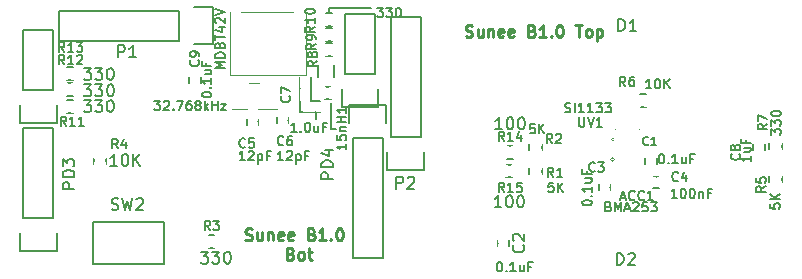
<source format=gbr>
G04 #@! TF.FileFunction,Legend,Top*
%FSLAX46Y46*%
G04 Gerber Fmt 4.6, Leading zero omitted, Abs format (unit mm)*
G04 Created by KiCad (PCBNEW 4.0.2+dfsg1-stable) date Fri 06 Oct 2017 12:43:40 PM EEST*
%MOMM*%
G01*
G04 APERTURE LIST*
%ADD10C,0.100000*%
%ADD11C,0.200000*%
%ADD12C,0.250000*%
%ADD13C,0.150000*%
%ADD14R,1.000000X0.800000*%
%ADD15R,0.900000X1.000000*%
%ADD16C,1.924000*%
%ADD17R,2.432000X2.127200*%
%ADD18O,2.432000X2.127200*%
%ADD19R,1.000000X0.900000*%
%ADD20R,1.300000X0.900000*%
%ADD21R,0.800000X1.000000*%
%ADD22R,0.680000X0.810000*%
%ADD23R,0.810000X0.680000*%
%ADD24R,2.127200X2.432000*%
%ADD25O,2.127200X2.432000*%
%ADD26R,2.580000X2.000000*%
%ADD27R,1.500000X2.300000*%
%ADD28R,1.400000X1.100000*%
%ADD29O,0.900000X11.400000*%
%ADD30R,0.700000X1.200000*%
%ADD31R,1.200000X0.700000*%
%ADD32R,0.950000X0.800000*%
G04 APERTURE END LIST*
D10*
D11*
X116700300Y-64668400D02*
X117462300Y-64668400D01*
X116700300Y-64668400D02*
X116700300Y-62611000D01*
X115735100Y-65608200D02*
X115735100Y-62636400D01*
X117487700Y-65633600D02*
X115760500Y-65633600D01*
X117094000Y-66230500D02*
X117094000Y-65659000D01*
X118364000Y-67056000D02*
X118364000Y-64833500D01*
X118808500Y-67056000D02*
X118364000Y-67056000D01*
X118237000Y-56832500D02*
X118237000Y-57086500D01*
X121793000Y-56832500D02*
X118237000Y-56832500D01*
D12*
X111133500Y-76414762D02*
X111276357Y-76462381D01*
X111514453Y-76462381D01*
X111609691Y-76414762D01*
X111657310Y-76367143D01*
X111704929Y-76271905D01*
X111704929Y-76176667D01*
X111657310Y-76081429D01*
X111609691Y-76033810D01*
X111514453Y-75986190D01*
X111323976Y-75938571D01*
X111228738Y-75890952D01*
X111181119Y-75843333D01*
X111133500Y-75748095D01*
X111133500Y-75652857D01*
X111181119Y-75557619D01*
X111228738Y-75510000D01*
X111323976Y-75462381D01*
X111562072Y-75462381D01*
X111704929Y-75510000D01*
X112562072Y-75795714D02*
X112562072Y-76462381D01*
X112133500Y-75795714D02*
X112133500Y-76319524D01*
X112181119Y-76414762D01*
X112276357Y-76462381D01*
X112419215Y-76462381D01*
X112514453Y-76414762D01*
X112562072Y-76367143D01*
X113038262Y-75795714D02*
X113038262Y-76462381D01*
X113038262Y-75890952D02*
X113085881Y-75843333D01*
X113181119Y-75795714D01*
X113323977Y-75795714D01*
X113419215Y-75843333D01*
X113466834Y-75938571D01*
X113466834Y-76462381D01*
X114323977Y-76414762D02*
X114228739Y-76462381D01*
X114038262Y-76462381D01*
X113943024Y-76414762D01*
X113895405Y-76319524D01*
X113895405Y-75938571D01*
X113943024Y-75843333D01*
X114038262Y-75795714D01*
X114228739Y-75795714D01*
X114323977Y-75843333D01*
X114371596Y-75938571D01*
X114371596Y-76033810D01*
X113895405Y-76129048D01*
X115181120Y-76414762D02*
X115085882Y-76462381D01*
X114895405Y-76462381D01*
X114800167Y-76414762D01*
X114752548Y-76319524D01*
X114752548Y-75938571D01*
X114800167Y-75843333D01*
X114895405Y-75795714D01*
X115085882Y-75795714D01*
X115181120Y-75843333D01*
X115228739Y-75938571D01*
X115228739Y-76033810D01*
X114752548Y-76129048D01*
X116752549Y-75938571D02*
X116895406Y-75986190D01*
X116943025Y-76033810D01*
X116990644Y-76129048D01*
X116990644Y-76271905D01*
X116943025Y-76367143D01*
X116895406Y-76414762D01*
X116800168Y-76462381D01*
X116419215Y-76462381D01*
X116419215Y-75462381D01*
X116752549Y-75462381D01*
X116847787Y-75510000D01*
X116895406Y-75557619D01*
X116943025Y-75652857D01*
X116943025Y-75748095D01*
X116895406Y-75843333D01*
X116847787Y-75890952D01*
X116752549Y-75938571D01*
X116419215Y-75938571D01*
X117943025Y-76462381D02*
X117371596Y-76462381D01*
X117657310Y-76462381D02*
X117657310Y-75462381D01*
X117562072Y-75605238D01*
X117466834Y-75700476D01*
X117371596Y-75748095D01*
X118371596Y-76367143D02*
X118419215Y-76414762D01*
X118371596Y-76462381D01*
X118323977Y-76414762D01*
X118371596Y-76367143D01*
X118371596Y-76462381D01*
X119038262Y-75462381D02*
X119133501Y-75462381D01*
X119228739Y-75510000D01*
X119276358Y-75557619D01*
X119323977Y-75652857D01*
X119371596Y-75843333D01*
X119371596Y-76081429D01*
X119323977Y-76271905D01*
X119276358Y-76367143D01*
X119228739Y-76414762D01*
X119133501Y-76462381D01*
X119038262Y-76462381D01*
X118943024Y-76414762D01*
X118895405Y-76367143D01*
X118847786Y-76271905D01*
X118800167Y-76081429D01*
X118800167Y-75843333D01*
X118847786Y-75652857D01*
X118895405Y-75557619D01*
X118943024Y-75510000D01*
X119038262Y-75462381D01*
X114966834Y-77588571D02*
X115109691Y-77636190D01*
X115157310Y-77683810D01*
X115204929Y-77779048D01*
X115204929Y-77921905D01*
X115157310Y-78017143D01*
X115109691Y-78064762D01*
X115014453Y-78112381D01*
X114633500Y-78112381D01*
X114633500Y-77112381D01*
X114966834Y-77112381D01*
X115062072Y-77160000D01*
X115109691Y-77207619D01*
X115157310Y-77302857D01*
X115157310Y-77398095D01*
X115109691Y-77493333D01*
X115062072Y-77540952D01*
X114966834Y-77588571D01*
X114633500Y-77588571D01*
X115776357Y-78112381D02*
X115681119Y-78064762D01*
X115633500Y-78017143D01*
X115585881Y-77921905D01*
X115585881Y-77636190D01*
X115633500Y-77540952D01*
X115681119Y-77493333D01*
X115776357Y-77445714D01*
X115919215Y-77445714D01*
X116014453Y-77493333D01*
X116062072Y-77540952D01*
X116109691Y-77636190D01*
X116109691Y-77921905D01*
X116062072Y-78017143D01*
X116014453Y-78064762D01*
X115919215Y-78112381D01*
X115776357Y-78112381D01*
X116395405Y-77445714D02*
X116776357Y-77445714D01*
X116538262Y-77112381D02*
X116538262Y-77969524D01*
X116585881Y-78064762D01*
X116681119Y-78112381D01*
X116776357Y-78112381D01*
X129786785Y-59205762D02*
X129929642Y-59253381D01*
X130167738Y-59253381D01*
X130262976Y-59205762D01*
X130310595Y-59158143D01*
X130358214Y-59062905D01*
X130358214Y-58967667D01*
X130310595Y-58872429D01*
X130262976Y-58824810D01*
X130167738Y-58777190D01*
X129977261Y-58729571D01*
X129882023Y-58681952D01*
X129834404Y-58634333D01*
X129786785Y-58539095D01*
X129786785Y-58443857D01*
X129834404Y-58348619D01*
X129882023Y-58301000D01*
X129977261Y-58253381D01*
X130215357Y-58253381D01*
X130358214Y-58301000D01*
X131215357Y-58586714D02*
X131215357Y-59253381D01*
X130786785Y-58586714D02*
X130786785Y-59110524D01*
X130834404Y-59205762D01*
X130929642Y-59253381D01*
X131072500Y-59253381D01*
X131167738Y-59205762D01*
X131215357Y-59158143D01*
X131691547Y-58586714D02*
X131691547Y-59253381D01*
X131691547Y-58681952D02*
X131739166Y-58634333D01*
X131834404Y-58586714D01*
X131977262Y-58586714D01*
X132072500Y-58634333D01*
X132120119Y-58729571D01*
X132120119Y-59253381D01*
X132977262Y-59205762D02*
X132882024Y-59253381D01*
X132691547Y-59253381D01*
X132596309Y-59205762D01*
X132548690Y-59110524D01*
X132548690Y-58729571D01*
X132596309Y-58634333D01*
X132691547Y-58586714D01*
X132882024Y-58586714D01*
X132977262Y-58634333D01*
X133024881Y-58729571D01*
X133024881Y-58824810D01*
X132548690Y-58920048D01*
X133834405Y-59205762D02*
X133739167Y-59253381D01*
X133548690Y-59253381D01*
X133453452Y-59205762D01*
X133405833Y-59110524D01*
X133405833Y-58729571D01*
X133453452Y-58634333D01*
X133548690Y-58586714D01*
X133739167Y-58586714D01*
X133834405Y-58634333D01*
X133882024Y-58729571D01*
X133882024Y-58824810D01*
X133405833Y-58920048D01*
X135405834Y-58729571D02*
X135548691Y-58777190D01*
X135596310Y-58824810D01*
X135643929Y-58920048D01*
X135643929Y-59062905D01*
X135596310Y-59158143D01*
X135548691Y-59205762D01*
X135453453Y-59253381D01*
X135072500Y-59253381D01*
X135072500Y-58253381D01*
X135405834Y-58253381D01*
X135501072Y-58301000D01*
X135548691Y-58348619D01*
X135596310Y-58443857D01*
X135596310Y-58539095D01*
X135548691Y-58634333D01*
X135501072Y-58681952D01*
X135405834Y-58729571D01*
X135072500Y-58729571D01*
X136596310Y-59253381D02*
X136024881Y-59253381D01*
X136310595Y-59253381D02*
X136310595Y-58253381D01*
X136215357Y-58396238D01*
X136120119Y-58491476D01*
X136024881Y-58539095D01*
X137024881Y-59158143D02*
X137072500Y-59205762D01*
X137024881Y-59253381D01*
X136977262Y-59205762D01*
X137024881Y-59158143D01*
X137024881Y-59253381D01*
X137691547Y-58253381D02*
X137786786Y-58253381D01*
X137882024Y-58301000D01*
X137929643Y-58348619D01*
X137977262Y-58443857D01*
X138024881Y-58634333D01*
X138024881Y-58872429D01*
X137977262Y-59062905D01*
X137929643Y-59158143D01*
X137882024Y-59205762D01*
X137786786Y-59253381D01*
X137691547Y-59253381D01*
X137596309Y-59205762D01*
X137548690Y-59158143D01*
X137501071Y-59062905D01*
X137453452Y-58872429D01*
X137453452Y-58634333D01*
X137501071Y-58443857D01*
X137548690Y-58348619D01*
X137596309Y-58301000D01*
X137691547Y-58253381D01*
X139072500Y-58253381D02*
X139643929Y-58253381D01*
X139358214Y-59253381D02*
X139358214Y-58253381D01*
X140120119Y-59253381D02*
X140024881Y-59205762D01*
X139977262Y-59158143D01*
X139929643Y-59062905D01*
X139929643Y-58777190D01*
X139977262Y-58681952D01*
X140024881Y-58634333D01*
X140120119Y-58586714D01*
X140262977Y-58586714D01*
X140358215Y-58634333D01*
X140405834Y-58681952D01*
X140453453Y-58777190D01*
X140453453Y-59062905D01*
X140405834Y-59158143D01*
X140358215Y-59205762D01*
X140262977Y-59253381D01*
X140120119Y-59253381D01*
X140882024Y-58586714D02*
X140882024Y-59586714D01*
X140882024Y-58634333D02*
X140977262Y-58586714D01*
X141167739Y-58586714D01*
X141262977Y-58634333D01*
X141310596Y-58681952D01*
X141358215Y-58777190D01*
X141358215Y-59062905D01*
X141310596Y-59158143D01*
X141262977Y-59205762D01*
X141167739Y-59253381D01*
X140977262Y-59253381D01*
X140882024Y-59205762D01*
D13*
X98281000Y-69473000D02*
X98281000Y-69973000D01*
X99331000Y-69973000D02*
X99331000Y-69473000D01*
X142016500Y-72217000D02*
X142016500Y-71717000D01*
X141066500Y-71717000D02*
X141066500Y-72217000D01*
X92049000Y-65024000D02*
X92049000Y-66574000D01*
X92049000Y-66574000D02*
X95149000Y-66574000D01*
X95149000Y-66574000D02*
X95149000Y-65024000D01*
X92329000Y-63754000D02*
X92329000Y-58674000D01*
X92329000Y-58674000D02*
X94869000Y-58674000D01*
X94869000Y-58674000D02*
X94869000Y-63754000D01*
X94869000Y-63754000D02*
X92329000Y-63754000D01*
X92329000Y-74549000D02*
X92329000Y-66929000D01*
X94869000Y-74549000D02*
X94869000Y-66929000D01*
X95149000Y-77369000D02*
X95149000Y-75819000D01*
X92329000Y-66929000D02*
X94869000Y-66929000D01*
X94869000Y-74549000D02*
X92329000Y-74549000D01*
X92049000Y-75819000D02*
X92049000Y-77369000D01*
X92049000Y-77369000D02*
X95149000Y-77369000D01*
X116844000Y-65626000D02*
X117344000Y-65626000D01*
X117344000Y-64676000D02*
X116844000Y-64676000D01*
X117308000Y-62603000D02*
X117308000Y-61603000D01*
X118658000Y-61603000D02*
X118658000Y-62603000D01*
X117860000Y-64533000D02*
X118360000Y-64533000D01*
X118360000Y-63483000D02*
X117860000Y-63483000D01*
D10*
X142351421Y-69629500D02*
G75*
G03X142351421Y-69629500I-141421J0D01*
G01*
X144510000Y-69929500D02*
X144510000Y-71929500D01*
X144510000Y-71929500D02*
X142510000Y-71929500D01*
X142510000Y-71929500D02*
X142510000Y-69929500D01*
X142510000Y-69929500D02*
X144510000Y-69929500D01*
D13*
X145953500Y-70036500D02*
X145953500Y-69536500D01*
X145003500Y-69536500D02*
X145003500Y-70036500D01*
X132494000Y-76458000D02*
X132494000Y-76958000D01*
X133444000Y-76958000D02*
X133444000Y-76458000D01*
X146173000Y-71089500D02*
X145673000Y-71089500D01*
X145673000Y-72039500D02*
X146173000Y-72039500D01*
X112235000Y-66671000D02*
X112235000Y-66171000D01*
X111285000Y-66171000D02*
X111285000Y-66671000D01*
X114775000Y-66544000D02*
X114775000Y-66044000D01*
X113825000Y-66044000D02*
X113825000Y-66544000D01*
X116680000Y-63877000D02*
X116680000Y-63377000D01*
X115730000Y-63377000D02*
X115730000Y-63877000D01*
X154147500Y-68330000D02*
X154147500Y-68830000D01*
X155097500Y-68830000D02*
X155097500Y-68330000D01*
X107345500Y-63178500D02*
X107345500Y-62678500D01*
X106395500Y-62678500D02*
X106395500Y-63178500D01*
X105537000Y-57023000D02*
X95377000Y-57023000D01*
X95377000Y-57023000D02*
X95377000Y-59563000D01*
X95377000Y-59563000D02*
X105537000Y-59563000D01*
X108357000Y-56743000D02*
X106807000Y-56743000D01*
X105537000Y-57023000D02*
X105537000Y-59563000D01*
X106807000Y-59843000D02*
X108357000Y-59843000D01*
X108357000Y-59843000D02*
X108357000Y-56743000D01*
X125984000Y-67691000D02*
X125984000Y-57531000D01*
X125984000Y-57531000D02*
X123444000Y-57531000D01*
X123444000Y-57531000D02*
X123444000Y-67691000D01*
X126264000Y-70511000D02*
X126264000Y-68961000D01*
X125984000Y-67691000D02*
X123444000Y-67691000D01*
X123164000Y-68961000D02*
X123164000Y-70511000D01*
X123164000Y-70511000D02*
X126264000Y-70511000D01*
X135174500Y-70362000D02*
X135174500Y-70862000D01*
X136224500Y-70862000D02*
X136224500Y-70362000D01*
X136224500Y-68830000D02*
X136224500Y-68330000D01*
X135174500Y-68330000D02*
X135174500Y-68830000D01*
X108512000Y-76056000D02*
X108012000Y-76056000D01*
X108012000Y-77106000D02*
X108512000Y-77106000D01*
X155494500Y-71060500D02*
X155494500Y-71560500D01*
X156544500Y-71560500D02*
X156544500Y-71060500D01*
X145030000Y-64118000D02*
X144530000Y-64118000D01*
X144530000Y-65168000D02*
X145030000Y-65168000D01*
X156544500Y-68766500D02*
X156544500Y-68266500D01*
X155494500Y-68266500D02*
X155494500Y-68766500D01*
X118487000Y-59800000D02*
X117987000Y-59800000D01*
X117987000Y-60850000D02*
X118487000Y-60850000D01*
X118487000Y-58530000D02*
X117987000Y-58530000D01*
X117987000Y-59580000D02*
X118487000Y-59580000D01*
X118487000Y-57260000D02*
X117987000Y-57260000D01*
X117987000Y-58310000D02*
X118487000Y-58310000D01*
X96016000Y-65676000D02*
X96516000Y-65676000D01*
X96516000Y-64626000D02*
X96016000Y-64626000D01*
X96016000Y-64215500D02*
X96516000Y-64215500D01*
X96516000Y-63165500D02*
X96016000Y-63165500D01*
X96016000Y-62882000D02*
X96516000Y-62882000D01*
X96516000Y-61832000D02*
X96016000Y-61832000D01*
X104203500Y-74930000D02*
X98234500Y-74930000D01*
X104267000Y-78486000D02*
X98234500Y-78486000D01*
X98234500Y-74930000D02*
X98234500Y-78486000D01*
X104267000Y-76708000D02*
X104267000Y-78486000D01*
X104267000Y-78486000D02*
X104267000Y-74930000D01*
D10*
X113787000Y-65362000D02*
X109987000Y-65362000D01*
X109987000Y-65362000D02*
X109987000Y-63162000D01*
X113787000Y-65362000D02*
X113787000Y-65262000D01*
X109987000Y-63162000D02*
X113787000Y-63162000D01*
X113787000Y-63162000D02*
X113787000Y-65262000D01*
D13*
X119290500Y-63627000D02*
X119290500Y-65177000D01*
X119290500Y-65177000D02*
X122390500Y-65177000D01*
X122390500Y-65177000D02*
X122390500Y-63627000D01*
X119570500Y-62357000D02*
X119570500Y-57277000D01*
X119570500Y-57277000D02*
X122110500Y-57277000D01*
X122110500Y-57277000D02*
X122110500Y-62357000D01*
X122110500Y-62357000D02*
X119570500Y-62357000D01*
X120205500Y-67818000D02*
X120205500Y-77978000D01*
X120205500Y-77978000D02*
X122745500Y-77978000D01*
X122745500Y-77978000D02*
X122745500Y-67818000D01*
X119925500Y-64998000D02*
X119925500Y-66548000D01*
X120205500Y-67818000D02*
X122745500Y-67818000D01*
X123025500Y-66548000D02*
X123025500Y-64998000D01*
X123025500Y-64998000D02*
X119925500Y-64998000D01*
X133790500Y-68499500D02*
X133290500Y-68499500D01*
X133290500Y-69549500D02*
X133790500Y-69549500D01*
X133721500Y-70087000D02*
X133221500Y-70087000D01*
X133221500Y-71137000D02*
X133721500Y-71137000D01*
D10*
X142391921Y-67941000D02*
G75*
G03X142391921Y-67941000I-141421J0D01*
G01*
X142450500Y-67741000D02*
X142450500Y-65741000D01*
X142450500Y-65741000D02*
X144450500Y-65741000D01*
X144450500Y-65741000D02*
X144450500Y-67741000D01*
X144450500Y-67741000D02*
X142450500Y-67741000D01*
X109835000Y-57095000D02*
X116235000Y-57095000D01*
X116235000Y-57095000D02*
X116235000Y-62495000D01*
X116235000Y-62495000D02*
X109835000Y-62495000D01*
X109835000Y-62495000D02*
X109835000Y-57095000D01*
D13*
X100323667Y-68687905D02*
X100057000Y-68306952D01*
X99866524Y-68687905D02*
X99866524Y-67887905D01*
X100171286Y-67887905D01*
X100247477Y-67926000D01*
X100285572Y-67964095D01*
X100323667Y-68040286D01*
X100323667Y-68154571D01*
X100285572Y-68230762D01*
X100247477Y-68268857D01*
X100171286Y-68306952D01*
X99866524Y-68306952D01*
X101009381Y-68154571D02*
X101009381Y-68687905D01*
X100818905Y-67849810D02*
X100628429Y-68421238D01*
X101123667Y-68421238D01*
X100274524Y-70175381D02*
X99703095Y-70175381D01*
X99988809Y-70175381D02*
X99988809Y-69175381D01*
X99893571Y-69318238D01*
X99798333Y-69413476D01*
X99703095Y-69461095D01*
X100893571Y-69175381D02*
X100988810Y-69175381D01*
X101084048Y-69223000D01*
X101131667Y-69270619D01*
X101179286Y-69365857D01*
X101226905Y-69556333D01*
X101226905Y-69794429D01*
X101179286Y-69984905D01*
X101131667Y-70080143D01*
X101084048Y-70127762D01*
X100988810Y-70175381D01*
X100893571Y-70175381D01*
X100798333Y-70127762D01*
X100750714Y-70080143D01*
X100703095Y-69984905D01*
X100655476Y-69794429D01*
X100655476Y-69556333D01*
X100703095Y-69365857D01*
X100750714Y-69270619D01*
X100798333Y-69223000D01*
X100893571Y-69175381D01*
X101655476Y-70175381D02*
X101655476Y-69175381D01*
X102226905Y-70175381D02*
X101798333Y-69603952D01*
X102226905Y-69175381D02*
X101655476Y-69746810D01*
X140709667Y-70580214D02*
X140671572Y-70618310D01*
X140557286Y-70656405D01*
X140481096Y-70656405D01*
X140366810Y-70618310D01*
X140290619Y-70542119D01*
X140252524Y-70465929D01*
X140214429Y-70313548D01*
X140214429Y-70199262D01*
X140252524Y-70046881D01*
X140290619Y-69970690D01*
X140366810Y-69894500D01*
X140481096Y-69856405D01*
X140557286Y-69856405D01*
X140671572Y-69894500D01*
X140709667Y-69932595D01*
X140976334Y-69856405D02*
X141471572Y-69856405D01*
X141204905Y-70161167D01*
X141319191Y-70161167D01*
X141395381Y-70199262D01*
X141433477Y-70237357D01*
X141471572Y-70313548D01*
X141471572Y-70504024D01*
X141433477Y-70580214D01*
X141395381Y-70618310D01*
X141319191Y-70656405D01*
X141090619Y-70656405D01*
X141014429Y-70618310D01*
X140976334Y-70580214D01*
X139642905Y-73323286D02*
X139642905Y-73247095D01*
X139681000Y-73170905D01*
X139719095Y-73132810D01*
X139795286Y-73094714D01*
X139947667Y-73056619D01*
X140138143Y-73056619D01*
X140290524Y-73094714D01*
X140366714Y-73132810D01*
X140404810Y-73170905D01*
X140442905Y-73247095D01*
X140442905Y-73323286D01*
X140404810Y-73399476D01*
X140366714Y-73437572D01*
X140290524Y-73475667D01*
X140138143Y-73513762D01*
X139947667Y-73513762D01*
X139795286Y-73475667D01*
X139719095Y-73437572D01*
X139681000Y-73399476D01*
X139642905Y-73323286D01*
X140366714Y-72713762D02*
X140404810Y-72675667D01*
X140442905Y-72713762D01*
X140404810Y-72751857D01*
X140366714Y-72713762D01*
X140442905Y-72713762D01*
X140442905Y-71913762D02*
X140442905Y-72370905D01*
X140442905Y-72142334D02*
X139642905Y-72142334D01*
X139757190Y-72218524D01*
X139833381Y-72294715D01*
X139871476Y-72370905D01*
X139909571Y-71228048D02*
X140442905Y-71228048D01*
X139909571Y-71570905D02*
X140328619Y-71570905D01*
X140404810Y-71532810D01*
X140442905Y-71456619D01*
X140442905Y-71342333D01*
X140404810Y-71266143D01*
X140366714Y-71228048D01*
X140023857Y-70580428D02*
X140023857Y-70847095D01*
X140442905Y-70847095D02*
X139642905Y-70847095D01*
X139642905Y-70466142D01*
X96654881Y-72104095D02*
X95654881Y-72104095D01*
X95654881Y-71723142D01*
X95702500Y-71627904D01*
X95750119Y-71580285D01*
X95845357Y-71532666D01*
X95988214Y-71532666D01*
X96083452Y-71580285D01*
X96131071Y-71627904D01*
X96178690Y-71723142D01*
X96178690Y-72104095D01*
X96654881Y-71104095D02*
X95654881Y-71104095D01*
X95654881Y-70866000D01*
X95702500Y-70723142D01*
X95797738Y-70627904D01*
X95892976Y-70580285D01*
X96083452Y-70532666D01*
X96226310Y-70532666D01*
X96416786Y-70580285D01*
X96512024Y-70627904D01*
X96607262Y-70723142D01*
X96654881Y-70866000D01*
X96654881Y-71104095D01*
X95654881Y-70199333D02*
X95654881Y-69580285D01*
X96035833Y-69913619D01*
X96035833Y-69770761D01*
X96083452Y-69675523D01*
X96131071Y-69627904D01*
X96226310Y-69580285D01*
X96464405Y-69580285D01*
X96559643Y-69627904D01*
X96607262Y-69675523D01*
X96654881Y-69770761D01*
X96654881Y-70056476D01*
X96607262Y-70151714D01*
X96559643Y-70199333D01*
X115474881Y-67290905D02*
X115017738Y-67290905D01*
X115246309Y-67290905D02*
X115246309Y-66490905D01*
X115170119Y-66605190D01*
X115093928Y-66681381D01*
X115017738Y-66719476D01*
X115817738Y-67214714D02*
X115855833Y-67252810D01*
X115817738Y-67290905D01*
X115779643Y-67252810D01*
X115817738Y-67214714D01*
X115817738Y-67290905D01*
X116351071Y-66490905D02*
X116427262Y-66490905D01*
X116503452Y-66529000D01*
X116541547Y-66567095D01*
X116579643Y-66643286D01*
X116617738Y-66795667D01*
X116617738Y-66986143D01*
X116579643Y-67138524D01*
X116541547Y-67214714D01*
X116503452Y-67252810D01*
X116427262Y-67290905D01*
X116351071Y-67290905D01*
X116274881Y-67252810D01*
X116236785Y-67214714D01*
X116198690Y-67138524D01*
X116160595Y-66986143D01*
X116160595Y-66795667D01*
X116198690Y-66643286D01*
X116236785Y-66567095D01*
X116274881Y-66529000D01*
X116351071Y-66490905D01*
X117303452Y-66757571D02*
X117303452Y-67290905D01*
X116960595Y-66757571D02*
X116960595Y-67176619D01*
X116998690Y-67252810D01*
X117074881Y-67290905D01*
X117189167Y-67290905D01*
X117265357Y-67252810D01*
X117303452Y-67214714D01*
X117951072Y-66871857D02*
X117684405Y-66871857D01*
X117684405Y-67290905D02*
X117684405Y-66490905D01*
X118065358Y-66490905D01*
X119678405Y-68306786D02*
X119678405Y-68763929D01*
X119678405Y-68535358D02*
X118878405Y-68535358D01*
X118992690Y-68611548D01*
X119068881Y-68687739D01*
X119106976Y-68763929D01*
X118878405Y-67582976D02*
X118878405Y-67963929D01*
X119259357Y-68002024D01*
X119221262Y-67963929D01*
X119183167Y-67887738D01*
X119183167Y-67697262D01*
X119221262Y-67621072D01*
X119259357Y-67582976D01*
X119335548Y-67544881D01*
X119526024Y-67544881D01*
X119602214Y-67582976D01*
X119640310Y-67621072D01*
X119678405Y-67697262D01*
X119678405Y-67887738D01*
X119640310Y-67963929D01*
X119602214Y-68002024D01*
X119145071Y-67202024D02*
X119678405Y-67202024D01*
X119221262Y-67202024D02*
X119183167Y-67163929D01*
X119145071Y-67087738D01*
X119145071Y-66973452D01*
X119183167Y-66897262D01*
X119259357Y-66859167D01*
X119678405Y-66859167D01*
X119678405Y-66478214D02*
X118878405Y-66478214D01*
X119259357Y-66478214D02*
X119259357Y-66021071D01*
X119678405Y-66021071D02*
X118878405Y-66021071D01*
X119678405Y-65221071D02*
X119678405Y-65678214D01*
X119678405Y-65449643D02*
X118878405Y-65449643D01*
X118992690Y-65525833D01*
X119068881Y-65602024D01*
X119106976Y-65678214D01*
X142900572Y-72840833D02*
X143281524Y-72840833D01*
X142824381Y-73069405D02*
X143091048Y-72269405D01*
X143357715Y-73069405D01*
X144081524Y-72993214D02*
X144043429Y-73031310D01*
X143929143Y-73069405D01*
X143852953Y-73069405D01*
X143738667Y-73031310D01*
X143662476Y-72955119D01*
X143624381Y-72878929D01*
X143586286Y-72726548D01*
X143586286Y-72612262D01*
X143624381Y-72459881D01*
X143662476Y-72383690D01*
X143738667Y-72307500D01*
X143852953Y-72269405D01*
X143929143Y-72269405D01*
X144043429Y-72307500D01*
X144081524Y-72345595D01*
X144881524Y-72993214D02*
X144843429Y-73031310D01*
X144729143Y-73069405D01*
X144652953Y-73069405D01*
X144538667Y-73031310D01*
X144462476Y-72955119D01*
X144424381Y-72878929D01*
X144386286Y-72726548D01*
X144386286Y-72612262D01*
X144424381Y-72459881D01*
X144462476Y-72383690D01*
X144538667Y-72307500D01*
X144652953Y-72269405D01*
X144729143Y-72269405D01*
X144843429Y-72307500D01*
X144881524Y-72345595D01*
X145643429Y-73069405D02*
X145186286Y-73069405D01*
X145414857Y-73069405D02*
X145414857Y-72269405D01*
X145338667Y-72383690D01*
X145262476Y-72459881D01*
X145186286Y-72497976D01*
X141878286Y-73602857D02*
X141992572Y-73640952D01*
X142030667Y-73679048D01*
X142068762Y-73755238D01*
X142068762Y-73869524D01*
X142030667Y-73945714D01*
X141992572Y-73983810D01*
X141916381Y-74021905D01*
X141611619Y-74021905D01*
X141611619Y-73221905D01*
X141878286Y-73221905D01*
X141954476Y-73260000D01*
X141992572Y-73298095D01*
X142030667Y-73374286D01*
X142030667Y-73450476D01*
X141992572Y-73526667D01*
X141954476Y-73564762D01*
X141878286Y-73602857D01*
X141611619Y-73602857D01*
X142411619Y-74021905D02*
X142411619Y-73221905D01*
X142678286Y-73793333D01*
X142944953Y-73221905D01*
X142944953Y-74021905D01*
X143287810Y-73793333D02*
X143668762Y-73793333D01*
X143211619Y-74021905D02*
X143478286Y-73221905D01*
X143744953Y-74021905D01*
X143973524Y-73298095D02*
X144011619Y-73260000D01*
X144087810Y-73221905D01*
X144278286Y-73221905D01*
X144354476Y-73260000D01*
X144392572Y-73298095D01*
X144430667Y-73374286D01*
X144430667Y-73450476D01*
X144392572Y-73564762D01*
X143935429Y-74021905D01*
X144430667Y-74021905D01*
X145154477Y-73221905D02*
X144773524Y-73221905D01*
X144735429Y-73602857D01*
X144773524Y-73564762D01*
X144849715Y-73526667D01*
X145040191Y-73526667D01*
X145116381Y-73564762D01*
X145154477Y-73602857D01*
X145192572Y-73679048D01*
X145192572Y-73869524D01*
X145154477Y-73945714D01*
X145116381Y-73983810D01*
X145040191Y-74021905D01*
X144849715Y-74021905D01*
X144773524Y-73983810D01*
X144735429Y-73945714D01*
X145459239Y-73221905D02*
X145954477Y-73221905D01*
X145687810Y-73526667D01*
X145802096Y-73526667D01*
X145878286Y-73564762D01*
X145916382Y-73602857D01*
X145954477Y-73679048D01*
X145954477Y-73869524D01*
X145916382Y-73945714D01*
X145878286Y-73983810D01*
X145802096Y-74021905D01*
X145573524Y-74021905D01*
X145497334Y-73983810D01*
X145459239Y-73945714D01*
X145234834Y-68322000D02*
X145201500Y-68355333D01*
X145101500Y-68388667D01*
X145034834Y-68388667D01*
X144934834Y-68355333D01*
X144868167Y-68288667D01*
X144834834Y-68222000D01*
X144801500Y-68088667D01*
X144801500Y-67988667D01*
X144834834Y-67855333D01*
X144868167Y-67788667D01*
X144934834Y-67722000D01*
X145034834Y-67688667D01*
X145101500Y-67688667D01*
X145201500Y-67722000D01*
X145234834Y-67755333D01*
X145901500Y-68388667D02*
X145501500Y-68388667D01*
X145701500Y-68388667D02*
X145701500Y-67688667D01*
X145634834Y-67788667D01*
X145568167Y-67855333D01*
X145501500Y-67888667D01*
X146323214Y-69157905D02*
X146399405Y-69157905D01*
X146475595Y-69196000D01*
X146513690Y-69234095D01*
X146551786Y-69310286D01*
X146589881Y-69462667D01*
X146589881Y-69653143D01*
X146551786Y-69805524D01*
X146513690Y-69881714D01*
X146475595Y-69919810D01*
X146399405Y-69957905D01*
X146323214Y-69957905D01*
X146247024Y-69919810D01*
X146208928Y-69881714D01*
X146170833Y-69805524D01*
X146132738Y-69653143D01*
X146132738Y-69462667D01*
X146170833Y-69310286D01*
X146208928Y-69234095D01*
X146247024Y-69196000D01*
X146323214Y-69157905D01*
X146932738Y-69881714D02*
X146970833Y-69919810D01*
X146932738Y-69957905D01*
X146894643Y-69919810D01*
X146932738Y-69881714D01*
X146932738Y-69957905D01*
X147732738Y-69957905D02*
X147275595Y-69957905D01*
X147504166Y-69957905D02*
X147504166Y-69157905D01*
X147427976Y-69272190D01*
X147351785Y-69348381D01*
X147275595Y-69386476D01*
X148418452Y-69424571D02*
X148418452Y-69957905D01*
X148075595Y-69424571D02*
X148075595Y-69843619D01*
X148113690Y-69919810D01*
X148189881Y-69957905D01*
X148304167Y-69957905D01*
X148380357Y-69919810D01*
X148418452Y-69881714D01*
X149066072Y-69538857D02*
X148799405Y-69538857D01*
X148799405Y-69957905D02*
X148799405Y-69157905D01*
X149180358Y-69157905D01*
X134659643Y-76874666D02*
X134707262Y-76922285D01*
X134754881Y-77065142D01*
X134754881Y-77160380D01*
X134707262Y-77303238D01*
X134612024Y-77398476D01*
X134516786Y-77446095D01*
X134326310Y-77493714D01*
X134183452Y-77493714D01*
X133992976Y-77446095D01*
X133897738Y-77398476D01*
X133802500Y-77303238D01*
X133754881Y-77160380D01*
X133754881Y-77065142D01*
X133802500Y-76922285D01*
X133850119Y-76874666D01*
X133850119Y-76493714D02*
X133802500Y-76446095D01*
X133754881Y-76350857D01*
X133754881Y-76112761D01*
X133802500Y-76017523D01*
X133850119Y-75969904D01*
X133945357Y-75922285D01*
X134040595Y-75922285D01*
X134183452Y-75969904D01*
X134754881Y-76541333D01*
X134754881Y-75922285D01*
X132607214Y-78301905D02*
X132683405Y-78301905D01*
X132759595Y-78340000D01*
X132797690Y-78378095D01*
X132835786Y-78454286D01*
X132873881Y-78606667D01*
X132873881Y-78797143D01*
X132835786Y-78949524D01*
X132797690Y-79025714D01*
X132759595Y-79063810D01*
X132683405Y-79101905D01*
X132607214Y-79101905D01*
X132531024Y-79063810D01*
X132492928Y-79025714D01*
X132454833Y-78949524D01*
X132416738Y-78797143D01*
X132416738Y-78606667D01*
X132454833Y-78454286D01*
X132492928Y-78378095D01*
X132531024Y-78340000D01*
X132607214Y-78301905D01*
X133216738Y-79025714D02*
X133254833Y-79063810D01*
X133216738Y-79101905D01*
X133178643Y-79063810D01*
X133216738Y-79025714D01*
X133216738Y-79101905D01*
X134016738Y-79101905D02*
X133559595Y-79101905D01*
X133788166Y-79101905D02*
X133788166Y-78301905D01*
X133711976Y-78416190D01*
X133635785Y-78492381D01*
X133559595Y-78530476D01*
X134702452Y-78568571D02*
X134702452Y-79101905D01*
X134359595Y-78568571D02*
X134359595Y-78987619D01*
X134397690Y-79063810D01*
X134473881Y-79101905D01*
X134588167Y-79101905D01*
X134664357Y-79063810D01*
X134702452Y-79025714D01*
X135350072Y-78682857D02*
X135083405Y-78682857D01*
X135083405Y-79101905D02*
X135083405Y-78301905D01*
X135464358Y-78301905D01*
X147758167Y-71405714D02*
X147720072Y-71443810D01*
X147605786Y-71481905D01*
X147529596Y-71481905D01*
X147415310Y-71443810D01*
X147339119Y-71367619D01*
X147301024Y-71291429D01*
X147262929Y-71139048D01*
X147262929Y-71024762D01*
X147301024Y-70872381D01*
X147339119Y-70796190D01*
X147415310Y-70720000D01*
X147529596Y-70681905D01*
X147605786Y-70681905D01*
X147720072Y-70720000D01*
X147758167Y-70758095D01*
X148443881Y-70948571D02*
X148443881Y-71481905D01*
X148253405Y-70643810D02*
X148062929Y-71215238D01*
X148558167Y-71215238D01*
X147669405Y-72878905D02*
X147212262Y-72878905D01*
X147440833Y-72878905D02*
X147440833Y-72078905D01*
X147364643Y-72193190D01*
X147288452Y-72269381D01*
X147212262Y-72307476D01*
X148164643Y-72078905D02*
X148240834Y-72078905D01*
X148317024Y-72117000D01*
X148355119Y-72155095D01*
X148393215Y-72231286D01*
X148431310Y-72383667D01*
X148431310Y-72574143D01*
X148393215Y-72726524D01*
X148355119Y-72802714D01*
X148317024Y-72840810D01*
X148240834Y-72878905D01*
X148164643Y-72878905D01*
X148088453Y-72840810D01*
X148050357Y-72802714D01*
X148012262Y-72726524D01*
X147974167Y-72574143D01*
X147974167Y-72383667D01*
X148012262Y-72231286D01*
X148050357Y-72155095D01*
X148088453Y-72117000D01*
X148164643Y-72078905D01*
X148926548Y-72078905D02*
X149002739Y-72078905D01*
X149078929Y-72117000D01*
X149117024Y-72155095D01*
X149155120Y-72231286D01*
X149193215Y-72383667D01*
X149193215Y-72574143D01*
X149155120Y-72726524D01*
X149117024Y-72802714D01*
X149078929Y-72840810D01*
X149002739Y-72878905D01*
X148926548Y-72878905D01*
X148850358Y-72840810D01*
X148812262Y-72802714D01*
X148774167Y-72726524D01*
X148736072Y-72574143D01*
X148736072Y-72383667D01*
X148774167Y-72231286D01*
X148812262Y-72155095D01*
X148850358Y-72117000D01*
X148926548Y-72078905D01*
X149536072Y-72345571D02*
X149536072Y-72878905D01*
X149536072Y-72421762D02*
X149574167Y-72383667D01*
X149650358Y-72345571D01*
X149764644Y-72345571D01*
X149840834Y-72383667D01*
X149878929Y-72459857D01*
X149878929Y-72878905D01*
X150526549Y-72459857D02*
X150259882Y-72459857D01*
X150259882Y-72878905D02*
X150259882Y-72078905D01*
X150640835Y-72078905D01*
X111118667Y-68548214D02*
X111080572Y-68586310D01*
X110966286Y-68624405D01*
X110890096Y-68624405D01*
X110775810Y-68586310D01*
X110699619Y-68510119D01*
X110661524Y-68433929D01*
X110623429Y-68281548D01*
X110623429Y-68167262D01*
X110661524Y-68014881D01*
X110699619Y-67938690D01*
X110775810Y-67862500D01*
X110890096Y-67824405D01*
X110966286Y-67824405D01*
X111080572Y-67862500D01*
X111118667Y-67900595D01*
X111842477Y-67824405D02*
X111461524Y-67824405D01*
X111423429Y-68205357D01*
X111461524Y-68167262D01*
X111537715Y-68129167D01*
X111728191Y-68129167D01*
X111804381Y-68167262D01*
X111842477Y-68205357D01*
X111880572Y-68281548D01*
X111880572Y-68472024D01*
X111842477Y-68548214D01*
X111804381Y-68586310D01*
X111728191Y-68624405D01*
X111537715Y-68624405D01*
X111461524Y-68586310D01*
X111423429Y-68548214D01*
X111093357Y-69703905D02*
X110636214Y-69703905D01*
X110864785Y-69703905D02*
X110864785Y-68903905D01*
X110788595Y-69018190D01*
X110712404Y-69094381D01*
X110636214Y-69132476D01*
X111398119Y-68980095D02*
X111436214Y-68942000D01*
X111512405Y-68903905D01*
X111702881Y-68903905D01*
X111779071Y-68942000D01*
X111817167Y-68980095D01*
X111855262Y-69056286D01*
X111855262Y-69132476D01*
X111817167Y-69246762D01*
X111360024Y-69703905D01*
X111855262Y-69703905D01*
X112198119Y-69170571D02*
X112198119Y-69970571D01*
X112198119Y-69208667D02*
X112274310Y-69170571D01*
X112426691Y-69170571D01*
X112502881Y-69208667D01*
X112540976Y-69246762D01*
X112579072Y-69322952D01*
X112579072Y-69551524D01*
X112540976Y-69627714D01*
X112502881Y-69665810D01*
X112426691Y-69703905D01*
X112274310Y-69703905D01*
X112198119Y-69665810D01*
X113188596Y-69284857D02*
X112921929Y-69284857D01*
X112921929Y-69703905D02*
X112921929Y-68903905D01*
X113302882Y-68903905D01*
X114357167Y-68357714D02*
X114319072Y-68395810D01*
X114204786Y-68433905D01*
X114128596Y-68433905D01*
X114014310Y-68395810D01*
X113938119Y-68319619D01*
X113900024Y-68243429D01*
X113861929Y-68091048D01*
X113861929Y-67976762D01*
X113900024Y-67824381D01*
X113938119Y-67748190D01*
X114014310Y-67672000D01*
X114128596Y-67633905D01*
X114204786Y-67633905D01*
X114319072Y-67672000D01*
X114357167Y-67710095D01*
X115042881Y-67633905D02*
X114890500Y-67633905D01*
X114814310Y-67672000D01*
X114776215Y-67710095D01*
X114700024Y-67824381D01*
X114661929Y-67976762D01*
X114661929Y-68281524D01*
X114700024Y-68357714D01*
X114738119Y-68395810D01*
X114814310Y-68433905D01*
X114966691Y-68433905D01*
X115042881Y-68395810D01*
X115080977Y-68357714D01*
X115119072Y-68281524D01*
X115119072Y-68091048D01*
X115080977Y-68014857D01*
X115042881Y-67976762D01*
X114966691Y-67938667D01*
X114814310Y-67938667D01*
X114738119Y-67976762D01*
X114700024Y-68014857D01*
X114661929Y-68091048D01*
X114331857Y-69703905D02*
X113874714Y-69703905D01*
X114103285Y-69703905D02*
X114103285Y-68903905D01*
X114027095Y-69018190D01*
X113950904Y-69094381D01*
X113874714Y-69132476D01*
X114636619Y-68980095D02*
X114674714Y-68942000D01*
X114750905Y-68903905D01*
X114941381Y-68903905D01*
X115017571Y-68942000D01*
X115055667Y-68980095D01*
X115093762Y-69056286D01*
X115093762Y-69132476D01*
X115055667Y-69246762D01*
X114598524Y-69703905D01*
X115093762Y-69703905D01*
X115436619Y-69170571D02*
X115436619Y-69970571D01*
X115436619Y-69208667D02*
X115512810Y-69170571D01*
X115665191Y-69170571D01*
X115741381Y-69208667D01*
X115779476Y-69246762D01*
X115817572Y-69322952D01*
X115817572Y-69551524D01*
X115779476Y-69627714D01*
X115741381Y-69665810D01*
X115665191Y-69703905D01*
X115512810Y-69703905D01*
X115436619Y-69665810D01*
X116427096Y-69284857D02*
X116160429Y-69284857D01*
X116160429Y-69703905D02*
X116160429Y-68903905D01*
X116541382Y-68903905D01*
X114839714Y-64268333D02*
X114877810Y-64306428D01*
X114915905Y-64420714D01*
X114915905Y-64496904D01*
X114877810Y-64611190D01*
X114801619Y-64687381D01*
X114725429Y-64725476D01*
X114573048Y-64763571D01*
X114458762Y-64763571D01*
X114306381Y-64725476D01*
X114230190Y-64687381D01*
X114154000Y-64611190D01*
X114115905Y-64496904D01*
X114115905Y-64420714D01*
X114154000Y-64306428D01*
X114192095Y-64268333D01*
X114115905Y-64001666D02*
X114115905Y-63468333D01*
X114915905Y-63811190D01*
X152939714Y-69157833D02*
X152977810Y-69195928D01*
X153015905Y-69310214D01*
X153015905Y-69386404D01*
X152977810Y-69500690D01*
X152901619Y-69576881D01*
X152825429Y-69614976D01*
X152673048Y-69653071D01*
X152558762Y-69653071D01*
X152406381Y-69614976D01*
X152330190Y-69576881D01*
X152254000Y-69500690D01*
X152215905Y-69386404D01*
X152215905Y-69310214D01*
X152254000Y-69195928D01*
X152292095Y-69157833D01*
X152558762Y-68700690D02*
X152520667Y-68776881D01*
X152482571Y-68814976D01*
X152406381Y-68853071D01*
X152368286Y-68853071D01*
X152292095Y-68814976D01*
X152254000Y-68776881D01*
X152215905Y-68700690D01*
X152215905Y-68548309D01*
X152254000Y-68472119D01*
X152292095Y-68434023D01*
X152368286Y-68395928D01*
X152406381Y-68395928D01*
X152482571Y-68434023D01*
X152520667Y-68472119D01*
X152558762Y-68548309D01*
X152558762Y-68700690D01*
X152596857Y-68776881D01*
X152634952Y-68814976D01*
X152711143Y-68853071D01*
X152863524Y-68853071D01*
X152939714Y-68814976D01*
X152977810Y-68776881D01*
X153015905Y-68700690D01*
X153015905Y-68548309D01*
X152977810Y-68472119D01*
X152939714Y-68434023D01*
X152863524Y-68395928D01*
X152711143Y-68395928D01*
X152634952Y-68434023D01*
X152596857Y-68472119D01*
X152558762Y-68548309D01*
X153904905Y-69310190D02*
X153904905Y-69767333D01*
X153904905Y-69538762D02*
X153104905Y-69538762D01*
X153219190Y-69614952D01*
X153295381Y-69691143D01*
X153333476Y-69767333D01*
X153371571Y-68624476D02*
X153904905Y-68624476D01*
X153371571Y-68967333D02*
X153790619Y-68967333D01*
X153866810Y-68929238D01*
X153904905Y-68853047D01*
X153904905Y-68738761D01*
X153866810Y-68662571D01*
X153828714Y-68624476D01*
X153485857Y-67976856D02*
X153485857Y-68243523D01*
X153904905Y-68243523D02*
X153104905Y-68243523D01*
X153104905Y-67862570D01*
X107156214Y-61220333D02*
X107194310Y-61258428D01*
X107232405Y-61372714D01*
X107232405Y-61448904D01*
X107194310Y-61563190D01*
X107118119Y-61639381D01*
X107041929Y-61677476D01*
X106889548Y-61715571D01*
X106775262Y-61715571D01*
X106622881Y-61677476D01*
X106546690Y-61639381D01*
X106470500Y-61563190D01*
X106432405Y-61448904D01*
X106432405Y-61372714D01*
X106470500Y-61258428D01*
X106508595Y-61220333D01*
X107232405Y-60839381D02*
X107232405Y-60687000D01*
X107194310Y-60610809D01*
X107156214Y-60572714D01*
X107041929Y-60496523D01*
X106889548Y-60458428D01*
X106584786Y-60458428D01*
X106508595Y-60496523D01*
X106470500Y-60534619D01*
X106432405Y-60610809D01*
X106432405Y-60763190D01*
X106470500Y-60839381D01*
X106508595Y-60877476D01*
X106584786Y-60915571D01*
X106775262Y-60915571D01*
X106851452Y-60877476D01*
X106889548Y-60839381D01*
X106927643Y-60763190D01*
X106927643Y-60610809D01*
X106889548Y-60534619D01*
X106851452Y-60496523D01*
X106775262Y-60458428D01*
X107448405Y-64157786D02*
X107448405Y-64081595D01*
X107486500Y-64005405D01*
X107524595Y-63967310D01*
X107600786Y-63929214D01*
X107753167Y-63891119D01*
X107943643Y-63891119D01*
X108096024Y-63929214D01*
X108172214Y-63967310D01*
X108210310Y-64005405D01*
X108248405Y-64081595D01*
X108248405Y-64157786D01*
X108210310Y-64233976D01*
X108172214Y-64272072D01*
X108096024Y-64310167D01*
X107943643Y-64348262D01*
X107753167Y-64348262D01*
X107600786Y-64310167D01*
X107524595Y-64272072D01*
X107486500Y-64233976D01*
X107448405Y-64157786D01*
X108172214Y-63548262D02*
X108210310Y-63510167D01*
X108248405Y-63548262D01*
X108210310Y-63586357D01*
X108172214Y-63548262D01*
X108248405Y-63548262D01*
X108248405Y-62748262D02*
X108248405Y-63205405D01*
X108248405Y-62976834D02*
X107448405Y-62976834D01*
X107562690Y-63053024D01*
X107638881Y-63129215D01*
X107676976Y-63205405D01*
X107715071Y-62062548D02*
X108248405Y-62062548D01*
X107715071Y-62405405D02*
X108134119Y-62405405D01*
X108210310Y-62367310D01*
X108248405Y-62291119D01*
X108248405Y-62176833D01*
X108210310Y-62100643D01*
X108172214Y-62062548D01*
X107829357Y-61414928D02*
X107829357Y-61681595D01*
X108248405Y-61681595D02*
X107448405Y-61681595D01*
X107448405Y-61300642D01*
X100353905Y-60967881D02*
X100353905Y-59967881D01*
X100734858Y-59967881D01*
X100830096Y-60015500D01*
X100877715Y-60063119D01*
X100925334Y-60158357D01*
X100925334Y-60301214D01*
X100877715Y-60396452D01*
X100830096Y-60444071D01*
X100734858Y-60491690D01*
X100353905Y-60491690D01*
X101877715Y-60967881D02*
X101306286Y-60967881D01*
X101592000Y-60967881D02*
X101592000Y-59967881D01*
X101496762Y-60110738D01*
X101401524Y-60205976D01*
X101306286Y-60253595D01*
X123912405Y-72080381D02*
X123912405Y-71080381D01*
X124293358Y-71080381D01*
X124388596Y-71128000D01*
X124436215Y-71175619D01*
X124483834Y-71270857D01*
X124483834Y-71413714D01*
X124436215Y-71508952D01*
X124388596Y-71556571D01*
X124293358Y-71604190D01*
X123912405Y-71604190D01*
X124864786Y-71175619D02*
X124912405Y-71128000D01*
X125007643Y-71080381D01*
X125245739Y-71080381D01*
X125340977Y-71128000D01*
X125388596Y-71175619D01*
X125436215Y-71270857D01*
X125436215Y-71366095D01*
X125388596Y-71508952D01*
X124817167Y-72080381D01*
X125436215Y-72080381D01*
X137217167Y-71100905D02*
X136950500Y-70719952D01*
X136760024Y-71100905D02*
X136760024Y-70300905D01*
X137064786Y-70300905D01*
X137140977Y-70339000D01*
X137179072Y-70377095D01*
X137217167Y-70453286D01*
X137217167Y-70567571D01*
X137179072Y-70643762D01*
X137140977Y-70681857D01*
X137064786Y-70719952D01*
X136760024Y-70719952D01*
X137979072Y-71100905D02*
X137521929Y-71100905D01*
X137750500Y-71100905D02*
X137750500Y-70300905D01*
X137674310Y-70415190D01*
X137598119Y-70491381D01*
X137521929Y-70529476D01*
X137204477Y-71570905D02*
X136823524Y-71570905D01*
X136785429Y-71951857D01*
X136823524Y-71913762D01*
X136899715Y-71875667D01*
X137090191Y-71875667D01*
X137166381Y-71913762D01*
X137204477Y-71951857D01*
X137242572Y-72028048D01*
X137242572Y-72218524D01*
X137204477Y-72294714D01*
X137166381Y-72332810D01*
X137090191Y-72370905D01*
X136899715Y-72370905D01*
X136823524Y-72332810D01*
X136785429Y-72294714D01*
X137585429Y-72370905D02*
X137585429Y-71570905D01*
X138042572Y-72370905D02*
X137699715Y-71913762D01*
X138042572Y-71570905D02*
X137585429Y-72028048D01*
X137090167Y-68243405D02*
X136823500Y-67862452D01*
X136633024Y-68243405D02*
X136633024Y-67443405D01*
X136937786Y-67443405D01*
X137013977Y-67481500D01*
X137052072Y-67519595D01*
X137090167Y-67595786D01*
X137090167Y-67710071D01*
X137052072Y-67786262D01*
X137013977Y-67824357D01*
X136937786Y-67862452D01*
X136633024Y-67862452D01*
X137394929Y-67519595D02*
X137433024Y-67481500D01*
X137509215Y-67443405D01*
X137699691Y-67443405D01*
X137775881Y-67481500D01*
X137813977Y-67519595D01*
X137852072Y-67595786D01*
X137852072Y-67671976D01*
X137813977Y-67786262D01*
X137356834Y-68243405D01*
X137852072Y-68243405D01*
X135616977Y-66617905D02*
X135236024Y-66617905D01*
X135197929Y-66998857D01*
X135236024Y-66960762D01*
X135312215Y-66922667D01*
X135502691Y-66922667D01*
X135578881Y-66960762D01*
X135616977Y-66998857D01*
X135655072Y-67075048D01*
X135655072Y-67265524D01*
X135616977Y-67341714D01*
X135578881Y-67379810D01*
X135502691Y-67417905D01*
X135312215Y-67417905D01*
X135236024Y-67379810D01*
X135197929Y-67341714D01*
X135997929Y-67417905D02*
X135997929Y-66617905D01*
X136455072Y-67417905D02*
X136112215Y-66960762D01*
X136455072Y-66617905D02*
X135997929Y-67075048D01*
X108134167Y-75609405D02*
X107867500Y-75228452D01*
X107677024Y-75609405D02*
X107677024Y-74809405D01*
X107981786Y-74809405D01*
X108057977Y-74847500D01*
X108096072Y-74885595D01*
X108134167Y-74961786D01*
X108134167Y-75076071D01*
X108096072Y-75152262D01*
X108057977Y-75190357D01*
X107981786Y-75228452D01*
X107677024Y-75228452D01*
X108400834Y-74809405D02*
X108896072Y-74809405D01*
X108629405Y-75114167D01*
X108743691Y-75114167D01*
X108819881Y-75152262D01*
X108857977Y-75190357D01*
X108896072Y-75266548D01*
X108896072Y-75457024D01*
X108857977Y-75533214D01*
X108819881Y-75571310D01*
X108743691Y-75609405D01*
X108515119Y-75609405D01*
X108438929Y-75571310D01*
X108400834Y-75533214D01*
X107362786Y-77430381D02*
X107981834Y-77430381D01*
X107648500Y-77811333D01*
X107791358Y-77811333D01*
X107886596Y-77858952D01*
X107934215Y-77906571D01*
X107981834Y-78001810D01*
X107981834Y-78239905D01*
X107934215Y-78335143D01*
X107886596Y-78382762D01*
X107791358Y-78430381D01*
X107505643Y-78430381D01*
X107410405Y-78382762D01*
X107362786Y-78335143D01*
X108315167Y-77430381D02*
X108934215Y-77430381D01*
X108600881Y-77811333D01*
X108743739Y-77811333D01*
X108838977Y-77858952D01*
X108886596Y-77906571D01*
X108934215Y-78001810D01*
X108934215Y-78239905D01*
X108886596Y-78335143D01*
X108838977Y-78382762D01*
X108743739Y-78430381D01*
X108458024Y-78430381D01*
X108362786Y-78382762D01*
X108315167Y-78335143D01*
X109553262Y-77430381D02*
X109648501Y-77430381D01*
X109743739Y-77478000D01*
X109791358Y-77525619D01*
X109838977Y-77620857D01*
X109886596Y-77811333D01*
X109886596Y-78049429D01*
X109838977Y-78239905D01*
X109791358Y-78335143D01*
X109743739Y-78382762D01*
X109648501Y-78430381D01*
X109553262Y-78430381D01*
X109458024Y-78382762D01*
X109410405Y-78335143D01*
X109362786Y-78239905D01*
X109315167Y-78049429D01*
X109315167Y-77811333D01*
X109362786Y-77620857D01*
X109410405Y-77525619D01*
X109458024Y-77478000D01*
X109553262Y-77430381D01*
X155174905Y-71888333D02*
X154793952Y-72155000D01*
X155174905Y-72345476D02*
X154374905Y-72345476D01*
X154374905Y-72040714D01*
X154413000Y-71964523D01*
X154451095Y-71926428D01*
X154527286Y-71888333D01*
X154641571Y-71888333D01*
X154717762Y-71926428D01*
X154755857Y-71964523D01*
X154793952Y-72040714D01*
X154793952Y-72345476D01*
X154374905Y-71164523D02*
X154374905Y-71545476D01*
X154755857Y-71583571D01*
X154717762Y-71545476D01*
X154679667Y-71469285D01*
X154679667Y-71278809D01*
X154717762Y-71202619D01*
X154755857Y-71164523D01*
X154832048Y-71126428D01*
X155022524Y-71126428D01*
X155098714Y-71164523D01*
X155136810Y-71202619D01*
X155174905Y-71278809D01*
X155174905Y-71469285D01*
X155136810Y-71545476D01*
X155098714Y-71583571D01*
X155581405Y-73361523D02*
X155581405Y-73742476D01*
X155962357Y-73780571D01*
X155924262Y-73742476D01*
X155886167Y-73666285D01*
X155886167Y-73475809D01*
X155924262Y-73399619D01*
X155962357Y-73361523D01*
X156038548Y-73323428D01*
X156229024Y-73323428D01*
X156305214Y-73361523D01*
X156343310Y-73399619D01*
X156381405Y-73475809D01*
X156381405Y-73666285D01*
X156343310Y-73742476D01*
X156305214Y-73780571D01*
X156381405Y-72980571D02*
X155581405Y-72980571D01*
X156381405Y-72523428D02*
X155924262Y-72866285D01*
X155581405Y-72523428D02*
X156038548Y-72980571D01*
X143313167Y-63417405D02*
X143046500Y-63036452D01*
X142856024Y-63417405D02*
X142856024Y-62617405D01*
X143160786Y-62617405D01*
X143236977Y-62655500D01*
X143275072Y-62693595D01*
X143313167Y-62769786D01*
X143313167Y-62884071D01*
X143275072Y-62960262D01*
X143236977Y-62998357D01*
X143160786Y-63036452D01*
X142856024Y-63036452D01*
X143998881Y-62617405D02*
X143846500Y-62617405D01*
X143770310Y-62655500D01*
X143732215Y-62693595D01*
X143656024Y-62807881D01*
X143617929Y-62960262D01*
X143617929Y-63265024D01*
X143656024Y-63341214D01*
X143694119Y-63379310D01*
X143770310Y-63417405D01*
X143922691Y-63417405D01*
X143998881Y-63379310D01*
X144036977Y-63341214D01*
X144075072Y-63265024D01*
X144075072Y-63074548D01*
X144036977Y-62998357D01*
X143998881Y-62960262D01*
X143922691Y-62922167D01*
X143770310Y-62922167D01*
X143694119Y-62960262D01*
X143656024Y-62998357D01*
X143617929Y-63074548D01*
X145497619Y-63607905D02*
X145040476Y-63607905D01*
X145269047Y-63607905D02*
X145269047Y-62807905D01*
X145192857Y-62922190D01*
X145116666Y-62998381D01*
X145040476Y-63036476D01*
X145992857Y-62807905D02*
X146069048Y-62807905D01*
X146145238Y-62846000D01*
X146183333Y-62884095D01*
X146221429Y-62960286D01*
X146259524Y-63112667D01*
X146259524Y-63303143D01*
X146221429Y-63455524D01*
X146183333Y-63531714D01*
X146145238Y-63569810D01*
X146069048Y-63607905D01*
X145992857Y-63607905D01*
X145916667Y-63569810D01*
X145878571Y-63531714D01*
X145840476Y-63455524D01*
X145802381Y-63303143D01*
X145802381Y-63112667D01*
X145840476Y-62960286D01*
X145878571Y-62884095D01*
X145916667Y-62846000D01*
X145992857Y-62807905D01*
X146602381Y-63607905D02*
X146602381Y-62807905D01*
X147059524Y-63607905D02*
X146716667Y-63150762D01*
X147059524Y-62807905D02*
X146602381Y-63265048D01*
X155301905Y-66617833D02*
X154920952Y-66884500D01*
X155301905Y-67074976D02*
X154501905Y-67074976D01*
X154501905Y-66770214D01*
X154540000Y-66694023D01*
X154578095Y-66655928D01*
X154654286Y-66617833D01*
X154768571Y-66617833D01*
X154844762Y-66655928D01*
X154882857Y-66694023D01*
X154920952Y-66770214D01*
X154920952Y-67074976D01*
X154501905Y-66351166D02*
X154501905Y-65817833D01*
X155301905Y-66160690D01*
X155644905Y-67513071D02*
X155644905Y-67017833D01*
X155949667Y-67284500D01*
X155949667Y-67170214D01*
X155987762Y-67094024D01*
X156025857Y-67055928D01*
X156102048Y-67017833D01*
X156292524Y-67017833D01*
X156368714Y-67055928D01*
X156406810Y-67094024D01*
X156444905Y-67170214D01*
X156444905Y-67398786D01*
X156406810Y-67474976D01*
X156368714Y-67513071D01*
X155644905Y-66751166D02*
X155644905Y-66255928D01*
X155949667Y-66522595D01*
X155949667Y-66408309D01*
X155987762Y-66332119D01*
X156025857Y-66294023D01*
X156102048Y-66255928D01*
X156292524Y-66255928D01*
X156368714Y-66294023D01*
X156406810Y-66332119D01*
X156444905Y-66408309D01*
X156444905Y-66636881D01*
X156406810Y-66713071D01*
X156368714Y-66751166D01*
X155644905Y-65760690D02*
X155644905Y-65684499D01*
X155683000Y-65608309D01*
X155721095Y-65570214D01*
X155797286Y-65532118D01*
X155949667Y-65494023D01*
X156140143Y-65494023D01*
X156292524Y-65532118D01*
X156368714Y-65570214D01*
X156406810Y-65608309D01*
X156444905Y-65684499D01*
X156444905Y-65760690D01*
X156406810Y-65836880D01*
X156368714Y-65874976D01*
X156292524Y-65913071D01*
X156140143Y-65951166D01*
X155949667Y-65951166D01*
X155797286Y-65913071D01*
X155721095Y-65874976D01*
X155683000Y-65836880D01*
X155644905Y-65760690D01*
X117201905Y-61283833D02*
X116820952Y-61550500D01*
X117201905Y-61740976D02*
X116401905Y-61740976D01*
X116401905Y-61436214D01*
X116440000Y-61360023D01*
X116478095Y-61321928D01*
X116554286Y-61283833D01*
X116668571Y-61283833D01*
X116744762Y-61321928D01*
X116782857Y-61360023D01*
X116820952Y-61436214D01*
X116820952Y-61740976D01*
X116744762Y-60826690D02*
X116706667Y-60902881D01*
X116668571Y-60940976D01*
X116592381Y-60979071D01*
X116554286Y-60979071D01*
X116478095Y-60940976D01*
X116440000Y-60902881D01*
X116401905Y-60826690D01*
X116401905Y-60674309D01*
X116440000Y-60598119D01*
X116478095Y-60560023D01*
X116554286Y-60521928D01*
X116592381Y-60521928D01*
X116668571Y-60560023D01*
X116706667Y-60598119D01*
X116744762Y-60674309D01*
X116744762Y-60826690D01*
X116782857Y-60902881D01*
X116820952Y-60940976D01*
X116897143Y-60979071D01*
X117049524Y-60979071D01*
X117125714Y-60940976D01*
X117163810Y-60902881D01*
X117201905Y-60826690D01*
X117201905Y-60674309D01*
X117163810Y-60598119D01*
X117125714Y-60560023D01*
X117049524Y-60521928D01*
X116897143Y-60521928D01*
X116820952Y-60560023D01*
X116782857Y-60598119D01*
X116744762Y-60674309D01*
X117074905Y-59823333D02*
X116693952Y-60090000D01*
X117074905Y-60280476D02*
X116274905Y-60280476D01*
X116274905Y-59975714D01*
X116313000Y-59899523D01*
X116351095Y-59861428D01*
X116427286Y-59823333D01*
X116541571Y-59823333D01*
X116617762Y-59861428D01*
X116655857Y-59899523D01*
X116693952Y-59975714D01*
X116693952Y-60280476D01*
X117074905Y-59442381D02*
X117074905Y-59290000D01*
X117036810Y-59213809D01*
X116998714Y-59175714D01*
X116884429Y-59099523D01*
X116732048Y-59061428D01*
X116427286Y-59061428D01*
X116351095Y-59099523D01*
X116313000Y-59137619D01*
X116274905Y-59213809D01*
X116274905Y-59366190D01*
X116313000Y-59442381D01*
X116351095Y-59480476D01*
X116427286Y-59518571D01*
X116617762Y-59518571D01*
X116693952Y-59480476D01*
X116732048Y-59442381D01*
X116770143Y-59366190D01*
X116770143Y-59213809D01*
X116732048Y-59137619D01*
X116693952Y-59099523D01*
X116617762Y-59061428D01*
X117011405Y-58362786D02*
X116630452Y-58629453D01*
X117011405Y-58819929D02*
X116211405Y-58819929D01*
X116211405Y-58515167D01*
X116249500Y-58438976D01*
X116287595Y-58400881D01*
X116363786Y-58362786D01*
X116478071Y-58362786D01*
X116554262Y-58400881D01*
X116592357Y-58438976D01*
X116630452Y-58515167D01*
X116630452Y-58819929D01*
X117011405Y-57600881D02*
X117011405Y-58058024D01*
X117011405Y-57829453D02*
X116211405Y-57829453D01*
X116325690Y-57905643D01*
X116401881Y-57981834D01*
X116439976Y-58058024D01*
X116211405Y-57105643D02*
X116211405Y-57029452D01*
X116249500Y-56953262D01*
X116287595Y-56915167D01*
X116363786Y-56877071D01*
X116516167Y-56838976D01*
X116706643Y-56838976D01*
X116859024Y-56877071D01*
X116935214Y-56915167D01*
X116973310Y-56953262D01*
X117011405Y-57029452D01*
X117011405Y-57105643D01*
X116973310Y-57181833D01*
X116935214Y-57219929D01*
X116859024Y-57258024D01*
X116706643Y-57296119D01*
X116516167Y-57296119D01*
X116363786Y-57258024D01*
X116287595Y-57219929D01*
X116249500Y-57181833D01*
X116211405Y-57105643D01*
X122288429Y-56775405D02*
X122783667Y-56775405D01*
X122517000Y-57080167D01*
X122631286Y-57080167D01*
X122707476Y-57118262D01*
X122745572Y-57156357D01*
X122783667Y-57232548D01*
X122783667Y-57423024D01*
X122745572Y-57499214D01*
X122707476Y-57537310D01*
X122631286Y-57575405D01*
X122402714Y-57575405D01*
X122326524Y-57537310D01*
X122288429Y-57499214D01*
X123050334Y-56775405D02*
X123545572Y-56775405D01*
X123278905Y-57080167D01*
X123393191Y-57080167D01*
X123469381Y-57118262D01*
X123507477Y-57156357D01*
X123545572Y-57232548D01*
X123545572Y-57423024D01*
X123507477Y-57499214D01*
X123469381Y-57537310D01*
X123393191Y-57575405D01*
X123164619Y-57575405D01*
X123088429Y-57537310D01*
X123050334Y-57499214D01*
X124040810Y-56775405D02*
X124117001Y-56775405D01*
X124193191Y-56813500D01*
X124231286Y-56851595D01*
X124269382Y-56927786D01*
X124307477Y-57080167D01*
X124307477Y-57270643D01*
X124269382Y-57423024D01*
X124231286Y-57499214D01*
X124193191Y-57537310D01*
X124117001Y-57575405D01*
X124040810Y-57575405D01*
X123964620Y-57537310D01*
X123926524Y-57499214D01*
X123888429Y-57423024D01*
X123850334Y-57270643D01*
X123850334Y-57080167D01*
X123888429Y-56927786D01*
X123926524Y-56851595D01*
X123964620Y-56813500D01*
X124040810Y-56775405D01*
X95942214Y-66782905D02*
X95675547Y-66401952D01*
X95485071Y-66782905D02*
X95485071Y-65982905D01*
X95789833Y-65982905D01*
X95866024Y-66021000D01*
X95904119Y-66059095D01*
X95942214Y-66135286D01*
X95942214Y-66249571D01*
X95904119Y-66325762D01*
X95866024Y-66363857D01*
X95789833Y-66401952D01*
X95485071Y-66401952D01*
X96704119Y-66782905D02*
X96246976Y-66782905D01*
X96475547Y-66782905D02*
X96475547Y-65982905D01*
X96399357Y-66097190D01*
X96323166Y-66173381D01*
X96246976Y-66211476D01*
X97466024Y-66782905D02*
X97008881Y-66782905D01*
X97237452Y-66782905D02*
X97237452Y-65982905D01*
X97161262Y-66097190D01*
X97085071Y-66173381D01*
X97008881Y-66211476D01*
X97462286Y-63269881D02*
X98081334Y-63269881D01*
X97748000Y-63650833D01*
X97890858Y-63650833D01*
X97986096Y-63698452D01*
X98033715Y-63746071D01*
X98081334Y-63841310D01*
X98081334Y-64079405D01*
X98033715Y-64174643D01*
X97986096Y-64222262D01*
X97890858Y-64269881D01*
X97605143Y-64269881D01*
X97509905Y-64222262D01*
X97462286Y-64174643D01*
X98414667Y-63269881D02*
X99033715Y-63269881D01*
X98700381Y-63650833D01*
X98843239Y-63650833D01*
X98938477Y-63698452D01*
X98986096Y-63746071D01*
X99033715Y-63841310D01*
X99033715Y-64079405D01*
X98986096Y-64174643D01*
X98938477Y-64222262D01*
X98843239Y-64269881D01*
X98557524Y-64269881D01*
X98462286Y-64222262D01*
X98414667Y-64174643D01*
X99652762Y-63269881D02*
X99748001Y-63269881D01*
X99843239Y-63317500D01*
X99890858Y-63365119D01*
X99938477Y-63460357D01*
X99986096Y-63650833D01*
X99986096Y-63888929D01*
X99938477Y-64079405D01*
X99890858Y-64174643D01*
X99843239Y-64222262D01*
X99748001Y-64269881D01*
X99652762Y-64269881D01*
X99557524Y-64222262D01*
X99509905Y-64174643D01*
X99462286Y-64079405D01*
X99414667Y-63888929D01*
X99414667Y-63650833D01*
X99462286Y-63460357D01*
X99509905Y-63365119D01*
X99557524Y-63317500D01*
X99652762Y-63269881D01*
X95815214Y-61575905D02*
X95548547Y-61194952D01*
X95358071Y-61575905D02*
X95358071Y-60775905D01*
X95662833Y-60775905D01*
X95739024Y-60814000D01*
X95777119Y-60852095D01*
X95815214Y-60928286D01*
X95815214Y-61042571D01*
X95777119Y-61118762D01*
X95739024Y-61156857D01*
X95662833Y-61194952D01*
X95358071Y-61194952D01*
X96577119Y-61575905D02*
X96119976Y-61575905D01*
X96348547Y-61575905D02*
X96348547Y-60775905D01*
X96272357Y-60890190D01*
X96196166Y-60966381D01*
X96119976Y-61004476D01*
X96881881Y-60852095D02*
X96919976Y-60814000D01*
X96996167Y-60775905D01*
X97186643Y-60775905D01*
X97262833Y-60814000D01*
X97300929Y-60852095D01*
X97339024Y-60928286D01*
X97339024Y-61004476D01*
X97300929Y-61118762D01*
X96843786Y-61575905D01*
X97339024Y-61575905D01*
X97451286Y-64603381D02*
X98070334Y-64603381D01*
X97737000Y-64984333D01*
X97879858Y-64984333D01*
X97975096Y-65031952D01*
X98022715Y-65079571D01*
X98070334Y-65174810D01*
X98070334Y-65412905D01*
X98022715Y-65508143D01*
X97975096Y-65555762D01*
X97879858Y-65603381D01*
X97594143Y-65603381D01*
X97498905Y-65555762D01*
X97451286Y-65508143D01*
X98403667Y-64603381D02*
X99022715Y-64603381D01*
X98689381Y-64984333D01*
X98832239Y-64984333D01*
X98927477Y-65031952D01*
X98975096Y-65079571D01*
X99022715Y-65174810D01*
X99022715Y-65412905D01*
X98975096Y-65508143D01*
X98927477Y-65555762D01*
X98832239Y-65603381D01*
X98546524Y-65603381D01*
X98451286Y-65555762D01*
X98403667Y-65508143D01*
X99641762Y-64603381D02*
X99737001Y-64603381D01*
X99832239Y-64651000D01*
X99879858Y-64698619D01*
X99927477Y-64793857D01*
X99975096Y-64984333D01*
X99975096Y-65222429D01*
X99927477Y-65412905D01*
X99879858Y-65508143D01*
X99832239Y-65555762D01*
X99737001Y-65603381D01*
X99641762Y-65603381D01*
X99546524Y-65555762D01*
X99498905Y-65508143D01*
X99451286Y-65412905D01*
X99403667Y-65222429D01*
X99403667Y-64984333D01*
X99451286Y-64793857D01*
X99498905Y-64698619D01*
X99546524Y-64651000D01*
X99641762Y-64603381D01*
X95815214Y-60496405D02*
X95548547Y-60115452D01*
X95358071Y-60496405D02*
X95358071Y-59696405D01*
X95662833Y-59696405D01*
X95739024Y-59734500D01*
X95777119Y-59772595D01*
X95815214Y-59848786D01*
X95815214Y-59963071D01*
X95777119Y-60039262D01*
X95739024Y-60077357D01*
X95662833Y-60115452D01*
X95358071Y-60115452D01*
X96577119Y-60496405D02*
X96119976Y-60496405D01*
X96348547Y-60496405D02*
X96348547Y-59696405D01*
X96272357Y-59810690D01*
X96196166Y-59886881D01*
X96119976Y-59924976D01*
X96843786Y-59696405D02*
X97339024Y-59696405D01*
X97072357Y-60001167D01*
X97186643Y-60001167D01*
X97262833Y-60039262D01*
X97300929Y-60077357D01*
X97339024Y-60153548D01*
X97339024Y-60344024D01*
X97300929Y-60420214D01*
X97262833Y-60458310D01*
X97186643Y-60496405D01*
X96958071Y-60496405D01*
X96881881Y-60458310D01*
X96843786Y-60420214D01*
X97451286Y-61872881D02*
X98070334Y-61872881D01*
X97737000Y-62253833D01*
X97879858Y-62253833D01*
X97975096Y-62301452D01*
X98022715Y-62349071D01*
X98070334Y-62444310D01*
X98070334Y-62682405D01*
X98022715Y-62777643D01*
X97975096Y-62825262D01*
X97879858Y-62872881D01*
X97594143Y-62872881D01*
X97498905Y-62825262D01*
X97451286Y-62777643D01*
X98403667Y-61872881D02*
X99022715Y-61872881D01*
X98689381Y-62253833D01*
X98832239Y-62253833D01*
X98927477Y-62301452D01*
X98975096Y-62349071D01*
X99022715Y-62444310D01*
X99022715Y-62682405D01*
X98975096Y-62777643D01*
X98927477Y-62825262D01*
X98832239Y-62872881D01*
X98546524Y-62872881D01*
X98451286Y-62825262D01*
X98403667Y-62777643D01*
X99641762Y-61872881D02*
X99737001Y-61872881D01*
X99832239Y-61920500D01*
X99879858Y-61968119D01*
X99927477Y-62063357D01*
X99975096Y-62253833D01*
X99975096Y-62491929D01*
X99927477Y-62682405D01*
X99879858Y-62777643D01*
X99832239Y-62825262D01*
X99737001Y-62872881D01*
X99641762Y-62872881D01*
X99546524Y-62825262D01*
X99498905Y-62777643D01*
X99451286Y-62682405D01*
X99403667Y-62491929D01*
X99403667Y-62253833D01*
X99451286Y-62063357D01*
X99498905Y-61968119D01*
X99546524Y-61920500D01*
X99641762Y-61872881D01*
X99809467Y-73844162D02*
X99952324Y-73891781D01*
X100190420Y-73891781D01*
X100285658Y-73844162D01*
X100333277Y-73796543D01*
X100380896Y-73701305D01*
X100380896Y-73606067D01*
X100333277Y-73510829D01*
X100285658Y-73463210D01*
X100190420Y-73415590D01*
X99999943Y-73367971D01*
X99904705Y-73320352D01*
X99857086Y-73272733D01*
X99809467Y-73177495D01*
X99809467Y-73082257D01*
X99857086Y-72987019D01*
X99904705Y-72939400D01*
X99999943Y-72891781D01*
X100238039Y-72891781D01*
X100380896Y-72939400D01*
X100714229Y-72891781D02*
X100952324Y-73891781D01*
X101142801Y-73177495D01*
X101333277Y-73891781D01*
X101571372Y-72891781D01*
X101904705Y-72987019D02*
X101952324Y-72939400D01*
X102047562Y-72891781D01*
X102285658Y-72891781D01*
X102380896Y-72939400D01*
X102428515Y-72987019D01*
X102476134Y-73082257D01*
X102476134Y-73177495D01*
X102428515Y-73320352D01*
X101857086Y-73891781D01*
X102476134Y-73891781D01*
D10*
D13*
X103429143Y-64649405D02*
X103924381Y-64649405D01*
X103657714Y-64954167D01*
X103772000Y-64954167D01*
X103848190Y-64992262D01*
X103886286Y-65030357D01*
X103924381Y-65106548D01*
X103924381Y-65297024D01*
X103886286Y-65373214D01*
X103848190Y-65411310D01*
X103772000Y-65449405D01*
X103543428Y-65449405D01*
X103467238Y-65411310D01*
X103429143Y-65373214D01*
X104229143Y-64725595D02*
X104267238Y-64687500D01*
X104343429Y-64649405D01*
X104533905Y-64649405D01*
X104610095Y-64687500D01*
X104648191Y-64725595D01*
X104686286Y-64801786D01*
X104686286Y-64877976D01*
X104648191Y-64992262D01*
X104191048Y-65449405D01*
X104686286Y-65449405D01*
X105029143Y-65373214D02*
X105067238Y-65411310D01*
X105029143Y-65449405D01*
X104991048Y-65411310D01*
X105029143Y-65373214D01*
X105029143Y-65449405D01*
X105333905Y-64649405D02*
X105867238Y-64649405D01*
X105524381Y-65449405D01*
X106514857Y-64649405D02*
X106362476Y-64649405D01*
X106286286Y-64687500D01*
X106248191Y-64725595D01*
X106172000Y-64839881D01*
X106133905Y-64992262D01*
X106133905Y-65297024D01*
X106172000Y-65373214D01*
X106210095Y-65411310D01*
X106286286Y-65449405D01*
X106438667Y-65449405D01*
X106514857Y-65411310D01*
X106552953Y-65373214D01*
X106591048Y-65297024D01*
X106591048Y-65106548D01*
X106552953Y-65030357D01*
X106514857Y-64992262D01*
X106438667Y-64954167D01*
X106286286Y-64954167D01*
X106210095Y-64992262D01*
X106172000Y-65030357D01*
X106133905Y-65106548D01*
X107048191Y-64992262D02*
X106972000Y-64954167D01*
X106933905Y-64916071D01*
X106895810Y-64839881D01*
X106895810Y-64801786D01*
X106933905Y-64725595D01*
X106972000Y-64687500D01*
X107048191Y-64649405D01*
X107200572Y-64649405D01*
X107276762Y-64687500D01*
X107314858Y-64725595D01*
X107352953Y-64801786D01*
X107352953Y-64839881D01*
X107314858Y-64916071D01*
X107276762Y-64954167D01*
X107200572Y-64992262D01*
X107048191Y-64992262D01*
X106972000Y-65030357D01*
X106933905Y-65068452D01*
X106895810Y-65144643D01*
X106895810Y-65297024D01*
X106933905Y-65373214D01*
X106972000Y-65411310D01*
X107048191Y-65449405D01*
X107200572Y-65449405D01*
X107276762Y-65411310D01*
X107314858Y-65373214D01*
X107352953Y-65297024D01*
X107352953Y-65144643D01*
X107314858Y-65068452D01*
X107276762Y-65030357D01*
X107200572Y-64992262D01*
X107695810Y-65449405D02*
X107695810Y-64649405D01*
X107772001Y-65144643D02*
X108000572Y-65449405D01*
X108000572Y-64916071D02*
X107695810Y-65220833D01*
X108343429Y-65449405D02*
X108343429Y-64649405D01*
X108343429Y-65030357D02*
X108800572Y-65030357D01*
X108800572Y-65449405D02*
X108800572Y-64649405D01*
X109105334Y-64916071D02*
X109524381Y-64916071D01*
X109105334Y-65449405D01*
X109524381Y-65449405D01*
X142708405Y-58745381D02*
X142708405Y-57745381D01*
X142946500Y-57745381D01*
X143089358Y-57793000D01*
X143184596Y-57888238D01*
X143232215Y-57983476D01*
X143279834Y-58173952D01*
X143279834Y-58316810D01*
X143232215Y-58507286D01*
X143184596Y-58602524D01*
X143089358Y-58697762D01*
X142946500Y-58745381D01*
X142708405Y-58745381D01*
X144232215Y-58745381D02*
X143660786Y-58745381D01*
X143946500Y-58745381D02*
X143946500Y-57745381D01*
X143851262Y-57888238D01*
X143756024Y-57983476D01*
X143660786Y-58031095D01*
X142581405Y-78557381D02*
X142581405Y-77557381D01*
X142819500Y-77557381D01*
X142962358Y-77605000D01*
X143057596Y-77700238D01*
X143105215Y-77795476D01*
X143152834Y-77985952D01*
X143152834Y-78128810D01*
X143105215Y-78319286D01*
X143057596Y-78414524D01*
X142962358Y-78509762D01*
X142819500Y-78557381D01*
X142581405Y-78557381D01*
X143533786Y-77652619D02*
X143581405Y-77605000D01*
X143676643Y-77557381D01*
X143914739Y-77557381D01*
X144009977Y-77605000D01*
X144057596Y-77652619D01*
X144105215Y-77747857D01*
X144105215Y-77843095D01*
X144057596Y-77985952D01*
X143486167Y-78557381D01*
X144105215Y-78557381D01*
X118562381Y-71278595D02*
X117562381Y-71278595D01*
X117562381Y-70897642D01*
X117610000Y-70802404D01*
X117657619Y-70754785D01*
X117752857Y-70707166D01*
X117895714Y-70707166D01*
X117990952Y-70754785D01*
X118038571Y-70802404D01*
X118086190Y-70897642D01*
X118086190Y-71278595D01*
X118562381Y-70278595D02*
X117562381Y-70278595D01*
X117562381Y-70040500D01*
X117610000Y-69897642D01*
X117705238Y-69802404D01*
X117800476Y-69754785D01*
X117990952Y-69707166D01*
X118133810Y-69707166D01*
X118324286Y-69754785D01*
X118419524Y-69802404D01*
X118514762Y-69897642D01*
X118562381Y-70040500D01*
X118562381Y-70278595D01*
X117895714Y-68850023D02*
X118562381Y-68850023D01*
X117514762Y-69088119D02*
X118229048Y-69326214D01*
X118229048Y-68707166D01*
X133026214Y-68052905D02*
X132759547Y-67671952D01*
X132569071Y-68052905D02*
X132569071Y-67252905D01*
X132873833Y-67252905D01*
X132950024Y-67291000D01*
X132988119Y-67329095D01*
X133026214Y-67405286D01*
X133026214Y-67519571D01*
X132988119Y-67595762D01*
X132950024Y-67633857D01*
X132873833Y-67671952D01*
X132569071Y-67671952D01*
X133788119Y-68052905D02*
X133330976Y-68052905D01*
X133559547Y-68052905D02*
X133559547Y-67252905D01*
X133483357Y-67367190D01*
X133407166Y-67443381D01*
X133330976Y-67481476D01*
X134473833Y-67519571D02*
X134473833Y-68052905D01*
X134283357Y-67214810D02*
X134092881Y-67786238D01*
X134588119Y-67786238D01*
X132873834Y-67063881D02*
X132302405Y-67063881D01*
X132588119Y-67063881D02*
X132588119Y-66063881D01*
X132492881Y-66206738D01*
X132397643Y-66301976D01*
X132302405Y-66349595D01*
X133492881Y-66063881D02*
X133588120Y-66063881D01*
X133683358Y-66111500D01*
X133730977Y-66159119D01*
X133778596Y-66254357D01*
X133826215Y-66444833D01*
X133826215Y-66682929D01*
X133778596Y-66873405D01*
X133730977Y-66968643D01*
X133683358Y-67016262D01*
X133588120Y-67063881D01*
X133492881Y-67063881D01*
X133397643Y-67016262D01*
X133350024Y-66968643D01*
X133302405Y-66873405D01*
X133254786Y-66682929D01*
X133254786Y-66444833D01*
X133302405Y-66254357D01*
X133350024Y-66159119D01*
X133397643Y-66111500D01*
X133492881Y-66063881D01*
X134445262Y-66063881D02*
X134540501Y-66063881D01*
X134635739Y-66111500D01*
X134683358Y-66159119D01*
X134730977Y-66254357D01*
X134778596Y-66444833D01*
X134778596Y-66682929D01*
X134730977Y-66873405D01*
X134683358Y-66968643D01*
X134635739Y-67016262D01*
X134540501Y-67063881D01*
X134445262Y-67063881D01*
X134350024Y-67016262D01*
X134302405Y-66968643D01*
X134254786Y-66873405D01*
X134207167Y-66682929D01*
X134207167Y-66444833D01*
X134254786Y-66254357D01*
X134302405Y-66159119D01*
X134350024Y-66111500D01*
X134445262Y-66063881D01*
X133026214Y-72370905D02*
X132759547Y-71989952D01*
X132569071Y-72370905D02*
X132569071Y-71570905D01*
X132873833Y-71570905D01*
X132950024Y-71609000D01*
X132988119Y-71647095D01*
X133026214Y-71723286D01*
X133026214Y-71837571D01*
X132988119Y-71913762D01*
X132950024Y-71951857D01*
X132873833Y-71989952D01*
X132569071Y-71989952D01*
X133788119Y-72370905D02*
X133330976Y-72370905D01*
X133559547Y-72370905D02*
X133559547Y-71570905D01*
X133483357Y-71685190D01*
X133407166Y-71761381D01*
X133330976Y-71799476D01*
X134511929Y-71570905D02*
X134130976Y-71570905D01*
X134092881Y-71951857D01*
X134130976Y-71913762D01*
X134207167Y-71875667D01*
X134397643Y-71875667D01*
X134473833Y-71913762D01*
X134511929Y-71951857D01*
X134550024Y-72028048D01*
X134550024Y-72218524D01*
X134511929Y-72294714D01*
X134473833Y-72332810D01*
X134397643Y-72370905D01*
X134207167Y-72370905D01*
X134130976Y-72332810D01*
X134092881Y-72294714D01*
X132810334Y-73667881D02*
X132238905Y-73667881D01*
X132524619Y-73667881D02*
X132524619Y-72667881D01*
X132429381Y-72810738D01*
X132334143Y-72905976D01*
X132238905Y-72953595D01*
X133429381Y-72667881D02*
X133524620Y-72667881D01*
X133619858Y-72715500D01*
X133667477Y-72763119D01*
X133715096Y-72858357D01*
X133762715Y-73048833D01*
X133762715Y-73286929D01*
X133715096Y-73477405D01*
X133667477Y-73572643D01*
X133619858Y-73620262D01*
X133524620Y-73667881D01*
X133429381Y-73667881D01*
X133334143Y-73620262D01*
X133286524Y-73572643D01*
X133238905Y-73477405D01*
X133191286Y-73286929D01*
X133191286Y-73048833D01*
X133238905Y-72858357D01*
X133286524Y-72763119D01*
X133334143Y-72715500D01*
X133429381Y-72667881D01*
X134381762Y-72667881D02*
X134477001Y-72667881D01*
X134572239Y-72715500D01*
X134619858Y-72763119D01*
X134667477Y-72858357D01*
X134715096Y-73048833D01*
X134715096Y-73286929D01*
X134667477Y-73477405D01*
X134619858Y-73572643D01*
X134572239Y-73620262D01*
X134477001Y-73667881D01*
X134381762Y-73667881D01*
X134286524Y-73620262D01*
X134238905Y-73572643D01*
X134191286Y-73477405D01*
X134143667Y-73286929D01*
X134143667Y-73048833D01*
X134191286Y-72858357D01*
X134238905Y-72763119D01*
X134286524Y-72715500D01*
X134381762Y-72667881D01*
X139382619Y-66046405D02*
X139382619Y-66694024D01*
X139420714Y-66770214D01*
X139458810Y-66808310D01*
X139535000Y-66846405D01*
X139687381Y-66846405D01*
X139763572Y-66808310D01*
X139801667Y-66770214D01*
X139839762Y-66694024D01*
X139839762Y-66046405D01*
X140106428Y-66046405D02*
X140373095Y-66846405D01*
X140639762Y-66046405D01*
X141325476Y-66846405D02*
X140868333Y-66846405D01*
X141096904Y-66846405D02*
X141096904Y-66046405D01*
X141020714Y-66160690D01*
X140944523Y-66236881D01*
X140868333Y-66274976D01*
X138201643Y-65601810D02*
X138315929Y-65639905D01*
X138506405Y-65639905D01*
X138582595Y-65601810D01*
X138620691Y-65563714D01*
X138658786Y-65487524D01*
X138658786Y-65411333D01*
X138620691Y-65335143D01*
X138582595Y-65297048D01*
X138506405Y-65258952D01*
X138354024Y-65220857D01*
X138277833Y-65182762D01*
X138239738Y-65144667D01*
X138201643Y-65068476D01*
X138201643Y-64992286D01*
X138239738Y-64916095D01*
X138277833Y-64878000D01*
X138354024Y-64839905D01*
X138544500Y-64839905D01*
X138658786Y-64878000D01*
X139001643Y-65639905D02*
X139001643Y-64839905D01*
X139801643Y-65639905D02*
X139344500Y-65639905D01*
X139573071Y-65639905D02*
X139573071Y-64839905D01*
X139496881Y-64954190D01*
X139420690Y-65030381D01*
X139344500Y-65068476D01*
X140563548Y-65639905D02*
X140106405Y-65639905D01*
X140334976Y-65639905D02*
X140334976Y-64839905D01*
X140258786Y-64954190D01*
X140182595Y-65030381D01*
X140106405Y-65068476D01*
X140830215Y-64839905D02*
X141325453Y-64839905D01*
X141058786Y-65144667D01*
X141173072Y-65144667D01*
X141249262Y-65182762D01*
X141287358Y-65220857D01*
X141325453Y-65297048D01*
X141325453Y-65487524D01*
X141287358Y-65563714D01*
X141249262Y-65601810D01*
X141173072Y-65639905D01*
X140944500Y-65639905D01*
X140868310Y-65601810D01*
X140830215Y-65563714D01*
X141592120Y-64839905D02*
X142087358Y-64839905D01*
X141820691Y-65144667D01*
X141934977Y-65144667D01*
X142011167Y-65182762D01*
X142049263Y-65220857D01*
X142087358Y-65297048D01*
X142087358Y-65487524D01*
X142049263Y-65563714D01*
X142011167Y-65601810D01*
X141934977Y-65639905D01*
X141706405Y-65639905D01*
X141630215Y-65601810D01*
X141592120Y-65563714D01*
X109391405Y-61912191D02*
X108591405Y-61912191D01*
X109162833Y-61645524D01*
X108591405Y-61378857D01*
X109391405Y-61378857D01*
X109391405Y-60997905D02*
X108591405Y-60997905D01*
X108591405Y-60807429D01*
X108629500Y-60693143D01*
X108705690Y-60616952D01*
X108781881Y-60578857D01*
X108934262Y-60540762D01*
X109048548Y-60540762D01*
X109200929Y-60578857D01*
X109277119Y-60616952D01*
X109353310Y-60693143D01*
X109391405Y-60807429D01*
X109391405Y-60997905D01*
X108972357Y-59931238D02*
X109010452Y-59816952D01*
X109048548Y-59778857D01*
X109124738Y-59740762D01*
X109239024Y-59740762D01*
X109315214Y-59778857D01*
X109353310Y-59816952D01*
X109391405Y-59893143D01*
X109391405Y-60197905D01*
X108591405Y-60197905D01*
X108591405Y-59931238D01*
X108629500Y-59855048D01*
X108667595Y-59816952D01*
X108743786Y-59778857D01*
X108819976Y-59778857D01*
X108896167Y-59816952D01*
X108934262Y-59855048D01*
X108972357Y-59931238D01*
X108972357Y-60197905D01*
X108591405Y-59512191D02*
X108591405Y-59055048D01*
X109391405Y-59283619D02*
X108591405Y-59283619D01*
X108858071Y-58445524D02*
X109391405Y-58445524D01*
X108553310Y-58636000D02*
X109124738Y-58826476D01*
X109124738Y-58331238D01*
X108667595Y-58064571D02*
X108629500Y-58026476D01*
X108591405Y-57950285D01*
X108591405Y-57759809D01*
X108629500Y-57683619D01*
X108667595Y-57645523D01*
X108743786Y-57607428D01*
X108819976Y-57607428D01*
X108934262Y-57645523D01*
X109391405Y-58102666D01*
X109391405Y-57607428D01*
X108591405Y-57378857D02*
X109391405Y-57112190D01*
X108591405Y-56845523D01*
%LPC*%
D14*
X98806000Y-70173000D03*
X98806000Y-69273000D03*
D15*
X141541500Y-71417000D03*
X141541500Y-72517000D03*
D16*
X146725000Y-67310000D03*
X151725000Y-67310000D03*
D17*
X93599000Y-65024000D03*
D18*
X93599000Y-62484000D03*
X93599000Y-59944000D03*
D17*
X93599000Y-75819000D03*
D18*
X93599000Y-73279000D03*
X93599000Y-70739000D03*
X93599000Y-68199000D03*
D19*
X117644000Y-65151000D03*
X116544000Y-65151000D03*
D20*
X117983000Y-61353000D03*
X117983000Y-62853000D03*
D21*
X118560000Y-64008000D03*
X117660000Y-64008000D03*
D22*
X143760000Y-70114500D03*
X143260000Y-70114500D03*
X143760000Y-71744500D03*
X143260000Y-71744500D03*
D23*
X142695000Y-70179500D03*
X142695000Y-70679500D03*
X142695000Y-71179500D03*
X142695000Y-71679500D03*
X144325000Y-71679500D03*
X144325000Y-71179500D03*
X144325000Y-70679500D03*
X144325000Y-70179500D03*
D15*
X145478500Y-69236500D03*
X145478500Y-70336500D03*
X132969000Y-77258000D03*
X132969000Y-76158000D03*
D19*
X145373000Y-71564500D03*
X146473000Y-71564500D03*
D15*
X111760000Y-65871000D03*
X111760000Y-66971000D03*
X114300000Y-65744000D03*
X114300000Y-66844000D03*
X116205000Y-63077000D03*
X116205000Y-64177000D03*
X154622500Y-69130000D03*
X154622500Y-68030000D03*
X106870500Y-62378500D03*
X106870500Y-63478500D03*
D24*
X106807000Y-58293000D03*
D25*
X104267000Y-58293000D03*
X101727000Y-58293000D03*
X99187000Y-58293000D03*
X96647000Y-58293000D03*
D17*
X124714000Y-68961000D03*
D18*
X124714000Y-66421000D03*
X124714000Y-63881000D03*
X124714000Y-61341000D03*
X124714000Y-58801000D03*
D14*
X135699500Y-71062000D03*
X135699500Y-70162000D03*
X135699500Y-68130000D03*
X135699500Y-69030000D03*
D21*
X107812000Y-76581000D03*
X108712000Y-76581000D03*
D14*
X156019500Y-71760500D03*
X156019500Y-70860500D03*
D21*
X144330000Y-64643000D03*
X145230000Y-64643000D03*
D14*
X156019500Y-68066500D03*
X156019500Y-68966500D03*
D21*
X117787000Y-60325000D03*
X118687000Y-60325000D03*
X117787000Y-59055000D03*
X118687000Y-59055000D03*
X117787000Y-57785000D03*
X118687000Y-57785000D03*
X96716000Y-65151000D03*
X95816000Y-65151000D03*
X96716000Y-63690500D03*
X95816000Y-63690500D03*
X96716000Y-62357000D03*
X95816000Y-62357000D03*
D26*
X105892600Y-76669900D03*
X96647000Y-76644500D03*
D27*
X113137000Y-64262000D03*
X110637000Y-64262000D03*
D17*
X120840500Y-63627000D03*
D18*
X120840500Y-61087000D03*
X120840500Y-58547000D03*
D17*
X157797500Y-65024000D03*
D18*
X157797500Y-62484000D03*
X157797500Y-59944000D03*
D17*
X130556000Y-66421000D03*
D18*
X130556000Y-63881000D03*
X130556000Y-61341000D03*
D17*
X130556000Y-77216000D03*
D18*
X130556000Y-74676000D03*
X130556000Y-72136000D03*
X130556000Y-69596000D03*
D28*
X142116500Y-59829000D03*
X144776500Y-59829000D03*
X144776500Y-61329000D03*
X142116500Y-61329000D03*
X142116500Y-75069000D03*
X144776500Y-75069000D03*
X144776500Y-76569000D03*
X142116500Y-76569000D03*
D17*
X121475500Y-66548000D03*
D18*
X121475500Y-69088000D03*
X121475500Y-71628000D03*
X121475500Y-74168000D03*
X121475500Y-76708000D03*
D17*
X158432500Y-67945000D03*
D18*
X158432500Y-70485000D03*
X158432500Y-73025000D03*
X158432500Y-75565000D03*
X158432500Y-78105000D03*
D21*
X133090500Y-69024500D03*
X133990500Y-69024500D03*
X133021500Y-70612000D03*
X133921500Y-70612000D03*
D29*
X127762000Y-62738000D03*
X127762000Y-74803000D03*
D30*
X142700500Y-65791000D03*
X143200500Y-65791000D03*
X143700500Y-65791000D03*
X144200500Y-65791000D03*
X144200500Y-67691000D03*
X143700500Y-67691000D03*
X143200500Y-67691000D03*
X142700500Y-67691000D03*
D31*
X144400500Y-66741000D03*
X142500500Y-66741000D03*
D32*
X115710000Y-57295000D03*
X115710000Y-58045000D03*
X114935000Y-58420000D03*
X115710000Y-58795000D03*
X114935000Y-59170000D03*
X115710000Y-59545000D03*
X114935000Y-59920000D03*
X115710000Y-60295000D03*
X115710000Y-61045000D03*
X115710000Y-62045000D03*
X114935000Y-61460000D03*
X114460000Y-62045000D03*
X113985000Y-61460000D03*
X113510000Y-62045000D03*
X113035000Y-61460000D03*
X112560000Y-62045000D03*
X112085000Y-61460000D03*
X111610000Y-62045000D03*
X111135000Y-61460000D03*
X110360000Y-62045000D03*
X110360000Y-61045000D03*
X110360000Y-60295000D03*
X110360000Y-59545000D03*
X111135000Y-59920000D03*
X111135000Y-59170000D03*
X111135000Y-58420000D03*
X110360000Y-58795000D03*
X110360000Y-58045000D03*
X110360000Y-57295000D03*
M02*

</source>
